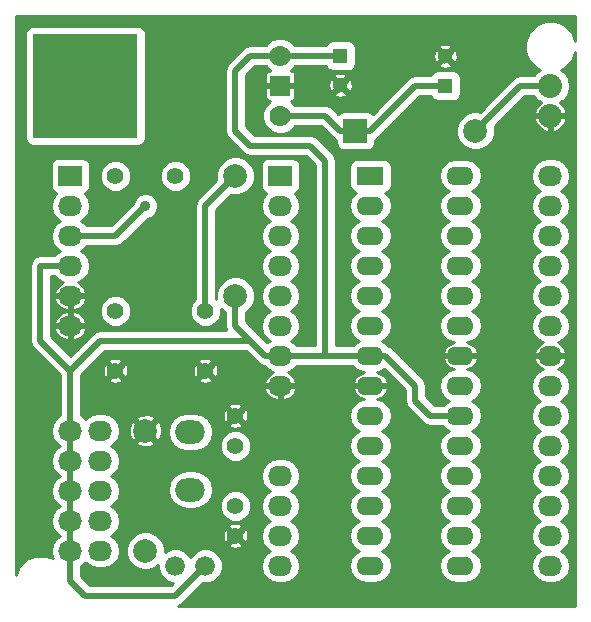
<source format=gbr>
G04 #@! TF.FileFunction,Copper,L1,Top,Signal*
%FSLAX46Y46*%
G04 Gerber Fmt 4.6, Leading zero omitted, Abs format (unit mm)*
G04 Created by KiCad (PCBNEW (2015-04-05 BZR 5577)-product) date 28-04-2015 14:57:52*
%MOMM*%
G01*
G04 APERTURE LIST*
%ADD10C,0.100000*%
%ADD11O,2.286000X1.574800*%
%ADD12R,2.286000X1.574800*%
%ADD13C,1.397000*%
%ADD14C,1.998980*%
%ADD15R,1.998980X1.998980*%
%ADD16O,2.499360X1.998980*%
%ADD17O,2.032000X1.727200*%
%ADD18R,2.032000X1.727200*%
%ADD19O,2.032000X2.032000*%
%ADD20C,1.300000*%
%ADD21R,1.300000X1.300000*%
%ADD22C,1.676400*%
%ADD23R,8.890000X8.890000*%
%ADD24C,1.778000*%
%ADD25R,1.778000X1.778000*%
%ADD26C,0.889000*%
%ADD27C,0.508000*%
%ADD28C,0.254000*%
G04 APERTURE END LIST*
D10*
D11*
X63500000Y-40640000D03*
X63500000Y-43180000D03*
X63500000Y-45720000D03*
X63500000Y-48260000D03*
X63500000Y-50800000D03*
X63500000Y-53340000D03*
X63500000Y-55880000D03*
X63500000Y-58420000D03*
X63500000Y-60960000D03*
X63500000Y-63500000D03*
X63500000Y-66040000D03*
X63500000Y-68580000D03*
X63500000Y-71120000D03*
D12*
X63500000Y-38100000D03*
D11*
X71120000Y-71120000D03*
X71120000Y-68580000D03*
X71120000Y-66040000D03*
X71120000Y-63500000D03*
X71120000Y-60960000D03*
X71120000Y-58420000D03*
X71120000Y-55880000D03*
X71120000Y-53340000D03*
X71120000Y-50800000D03*
X71120000Y-48260000D03*
X71120000Y-45720000D03*
X71120000Y-43180000D03*
X71120000Y-40640000D03*
X71120000Y-38100000D03*
D13*
X52070000Y-60960000D03*
X52070000Y-58420000D03*
X52070000Y-66040000D03*
X52070000Y-68580000D03*
X46990000Y-38100000D03*
X41910000Y-38100000D03*
D14*
X72390000Y-34290000D03*
D15*
X62230000Y-34290000D03*
D13*
X49530000Y-49530000D03*
X49530000Y-54610000D03*
X41910000Y-49530000D03*
X41910000Y-54610000D03*
D16*
X48260000Y-64670940D03*
X48260000Y-59789060D03*
D17*
X40640000Y-59690000D03*
X40640000Y-62230000D03*
X40640000Y-64770000D03*
X40640000Y-67310000D03*
X40640000Y-69850000D03*
X38100000Y-59690000D03*
X38100000Y-62230000D03*
X38100000Y-64770000D03*
X38100000Y-67310000D03*
X38100000Y-69850000D03*
D18*
X38100000Y-38100000D03*
D17*
X38100000Y-40640000D03*
X38100000Y-43180000D03*
X38100000Y-45720000D03*
X38100000Y-48260000D03*
X38100000Y-50800000D03*
D18*
X55880000Y-38100000D03*
D17*
X55880000Y-40640000D03*
X55880000Y-43180000D03*
X55880000Y-45720000D03*
X55880000Y-48260000D03*
X55880000Y-50800000D03*
X55880000Y-53340000D03*
X55880000Y-55880000D03*
D19*
X78740000Y-30480000D03*
X78740000Y-33020000D03*
D17*
X55880000Y-63500000D03*
X55880000Y-66040000D03*
X55880000Y-68580000D03*
X55880000Y-71120000D03*
X78740000Y-71120000D03*
X78740000Y-68580000D03*
X78740000Y-66040000D03*
X78740000Y-63500000D03*
X78740000Y-60960000D03*
X78740000Y-58420000D03*
X78740000Y-55880000D03*
X78740000Y-53340000D03*
X78740000Y-50800000D03*
X78740000Y-48260000D03*
X78740000Y-45720000D03*
X78740000Y-43180000D03*
X78740000Y-40640000D03*
X78740000Y-38100000D03*
D20*
X69850000Y-27980000D03*
D21*
X69850000Y-30480000D03*
D20*
X60960000Y-30440000D03*
D21*
X60960000Y-27940000D03*
D22*
X49530000Y-71120000D03*
X46990000Y-71120000D03*
D14*
X44450000Y-69850000D03*
X44450000Y-59690000D03*
X52070000Y-48260000D03*
X52070000Y-38100000D03*
D23*
X39370000Y-30480000D03*
D24*
X55880000Y-33020000D03*
D25*
X55880000Y-30480000D03*
D24*
X55880000Y-27940000D03*
D26*
X71120000Y-58420000D03*
X44450000Y-40640000D03*
D27*
X62230000Y-34290000D02*
X63500000Y-34290000D01*
X67310000Y-30480000D02*
X69850000Y-30480000D01*
X63500000Y-34290000D02*
X67310000Y-30480000D01*
X55880000Y-33020000D02*
X59690000Y-33020000D01*
X60960000Y-34290000D02*
X62230000Y-34290000D01*
X59690000Y-33020000D02*
X60960000Y-34290000D01*
X38100000Y-72390000D02*
X39370000Y-73660000D01*
X38100000Y-54610000D02*
X38100000Y-72390000D01*
X48260000Y-72390000D02*
X49530000Y-71120000D01*
X46990000Y-73660000D02*
X48260000Y-72390000D01*
X39370000Y-73660000D02*
X46990000Y-73660000D01*
X38100000Y-54610000D02*
X40640000Y-52070000D01*
X40640000Y-52070000D02*
X53340000Y-52070000D01*
X55880000Y-53340000D02*
X54610000Y-53340000D01*
X54610000Y-53340000D02*
X53340000Y-52070000D01*
X52070000Y-50800000D02*
X52070000Y-48260000D01*
X53340000Y-52070000D02*
X52070000Y-50800000D01*
X38100000Y-45720000D02*
X35560000Y-45720000D01*
X35560000Y-45720000D02*
X35560000Y-52070000D01*
X35560000Y-52070000D02*
X38100000Y-54610000D01*
X55880000Y-27940000D02*
X53340000Y-27940000D01*
X59690000Y-36830000D02*
X59690000Y-53340000D01*
X58420000Y-35560000D02*
X59690000Y-36830000D01*
X53340000Y-35560000D02*
X58420000Y-35560000D01*
X52070000Y-34290000D02*
X53340000Y-35560000D01*
X52070000Y-29210000D02*
X52070000Y-34290000D01*
X53340000Y-27940000D02*
X52070000Y-29210000D01*
X63500000Y-53340000D02*
X64770000Y-53340000D01*
X64770000Y-53340000D02*
X67310000Y-55880000D01*
X67310000Y-55880000D02*
X67310000Y-57150000D01*
X68580000Y-58420000D02*
X71120000Y-58420000D01*
X67310000Y-57150000D02*
X68580000Y-58420000D01*
X58420000Y-53340000D02*
X55880000Y-53340000D01*
X58420000Y-53340000D02*
X59690000Y-53340000D01*
X55880000Y-27940000D02*
X60960000Y-27940000D01*
X59690000Y-53340000D02*
X63500000Y-53340000D01*
X52070000Y-38100000D02*
X49530000Y-40640000D01*
X49530000Y-40640000D02*
X49530000Y-49530000D01*
X78740000Y-30480000D02*
X76200000Y-30480000D01*
X76200000Y-30480000D02*
X72390000Y-34290000D01*
X41910000Y-43180000D02*
X38100000Y-43180000D01*
X44450000Y-40640000D02*
X41910000Y-43180000D01*
D28*
G36*
X80849000Y-74499000D02*
X80423345Y-74499000D01*
X80423345Y-71120000D01*
X80309271Y-70546511D01*
X79984415Y-70060330D01*
X79669634Y-69850000D01*
X79984415Y-69639670D01*
X80309271Y-69153489D01*
X80423345Y-68580000D01*
X80309271Y-68006511D01*
X79984415Y-67520330D01*
X79669634Y-67310000D01*
X79984415Y-67099670D01*
X80309271Y-66613489D01*
X80423345Y-66040000D01*
X80309271Y-65466511D01*
X79984415Y-64980330D01*
X79669634Y-64770000D01*
X79984415Y-64559670D01*
X80309271Y-64073489D01*
X80423345Y-63500000D01*
X80309271Y-62926511D01*
X79984415Y-62440330D01*
X79669634Y-62230000D01*
X79984415Y-62019670D01*
X80309271Y-61533489D01*
X80423345Y-60960000D01*
X80309271Y-60386511D01*
X79984415Y-59900330D01*
X79669634Y-59690000D01*
X79984415Y-59479670D01*
X80309271Y-58993489D01*
X80423345Y-58420000D01*
X80309271Y-57846511D01*
X79984415Y-57360330D01*
X79669634Y-57150000D01*
X79984415Y-56939670D01*
X80309271Y-56453489D01*
X80423345Y-55880000D01*
X80423345Y-50800000D01*
X80309271Y-50226511D01*
X79984415Y-49740330D01*
X79669634Y-49530000D01*
X79984415Y-49319670D01*
X80309271Y-48833489D01*
X80423345Y-48260000D01*
X80309271Y-47686511D01*
X79984415Y-47200330D01*
X79669634Y-46990000D01*
X79984415Y-46779670D01*
X80309271Y-46293489D01*
X80423345Y-45720000D01*
X80309271Y-45146511D01*
X79984415Y-44660330D01*
X79669634Y-44450000D01*
X79984415Y-44239670D01*
X80309271Y-43753489D01*
X80423345Y-43180000D01*
X80309271Y-42606511D01*
X79984415Y-42120330D01*
X79669634Y-41910000D01*
X79984415Y-41699670D01*
X80309271Y-41213489D01*
X80423345Y-40640000D01*
X80309271Y-40066511D01*
X79984415Y-39580330D01*
X79669634Y-39370000D01*
X79984415Y-39159670D01*
X80309271Y-38673489D01*
X80423345Y-38100000D01*
X80309271Y-37526511D01*
X80094220Y-37204664D01*
X80094220Y-33363070D01*
X80035540Y-33147000D01*
X78867000Y-33147000D01*
X78867000Y-34315976D01*
X79083072Y-34374231D01*
X79575199Y-34139858D01*
X79940174Y-33734997D01*
X80094220Y-33363070D01*
X80094220Y-37204664D01*
X79984415Y-37040330D01*
X79498234Y-36715474D01*
X78924745Y-36601400D01*
X78613000Y-36601400D01*
X78613000Y-34315976D01*
X78613000Y-33147000D01*
X77444460Y-33147000D01*
X77385780Y-33363070D01*
X77539826Y-33734997D01*
X77904801Y-34139858D01*
X78396928Y-34374231D01*
X78613000Y-34315976D01*
X78613000Y-36601400D01*
X78555255Y-36601400D01*
X77981766Y-36715474D01*
X77495585Y-37040330D01*
X77170729Y-37526511D01*
X77056655Y-38100000D01*
X77170729Y-38673489D01*
X77495585Y-39159670D01*
X77810365Y-39370000D01*
X77495585Y-39580330D01*
X77170729Y-40066511D01*
X77056655Y-40640000D01*
X77170729Y-41213489D01*
X77495585Y-41699670D01*
X77810365Y-41910000D01*
X77495585Y-42120330D01*
X77170729Y-42606511D01*
X77056655Y-43180000D01*
X77170729Y-43753489D01*
X77495585Y-44239670D01*
X77810365Y-44450000D01*
X77495585Y-44660330D01*
X77170729Y-45146511D01*
X77056655Y-45720000D01*
X77170729Y-46293489D01*
X77495585Y-46779670D01*
X77810365Y-46990000D01*
X77495585Y-47200330D01*
X77170729Y-47686511D01*
X77056655Y-48260000D01*
X77170729Y-48833489D01*
X77495585Y-49319670D01*
X77810365Y-49530000D01*
X77495585Y-49740330D01*
X77170729Y-50226511D01*
X77056655Y-50800000D01*
X77170729Y-51373489D01*
X77495585Y-51859670D01*
X77981766Y-52184526D01*
X78113509Y-52210731D01*
X77958280Y-52264430D01*
X77594581Y-52587133D01*
X77384607Y-53020882D01*
X77445288Y-53213000D01*
X78613000Y-53213000D01*
X78613000Y-53193000D01*
X78867000Y-53193000D01*
X78867000Y-53213000D01*
X80034712Y-53213000D01*
X80095393Y-53020882D01*
X79885419Y-52587133D01*
X79521720Y-52264430D01*
X79366490Y-52210731D01*
X79498234Y-52184526D01*
X79984415Y-51859670D01*
X80309271Y-51373489D01*
X80423345Y-50800000D01*
X80423345Y-55880000D01*
X80309271Y-55306511D01*
X79984415Y-54820330D01*
X79498234Y-54495474D01*
X79366490Y-54469268D01*
X79521720Y-54415570D01*
X79885419Y-54092867D01*
X80095393Y-53659118D01*
X80034712Y-53467000D01*
X78867000Y-53467000D01*
X78867000Y-53487000D01*
X78613000Y-53487000D01*
X78613000Y-53467000D01*
X77445288Y-53467000D01*
X77384607Y-53659118D01*
X77594581Y-54092867D01*
X77958280Y-54415570D01*
X78113509Y-54469268D01*
X77981766Y-54495474D01*
X77495585Y-54820330D01*
X77170729Y-55306511D01*
X77056655Y-55880000D01*
X77170729Y-56453489D01*
X77495585Y-56939670D01*
X77810365Y-57150000D01*
X77495585Y-57360330D01*
X77170729Y-57846511D01*
X77056655Y-58420000D01*
X77170729Y-58993489D01*
X77495585Y-59479670D01*
X77810365Y-59690000D01*
X77495585Y-59900330D01*
X77170729Y-60386511D01*
X77056655Y-60960000D01*
X77170729Y-61533489D01*
X77495585Y-62019670D01*
X77810365Y-62230000D01*
X77495585Y-62440330D01*
X77170729Y-62926511D01*
X77056655Y-63500000D01*
X77170729Y-64073489D01*
X77495585Y-64559670D01*
X77810365Y-64770000D01*
X77495585Y-64980330D01*
X77170729Y-65466511D01*
X77056655Y-66040000D01*
X77170729Y-66613489D01*
X77495585Y-67099670D01*
X77810365Y-67310000D01*
X77495585Y-67520330D01*
X77170729Y-68006511D01*
X77056655Y-68580000D01*
X77170729Y-69153489D01*
X77495585Y-69639670D01*
X77810365Y-69850000D01*
X77495585Y-70060330D01*
X77170729Y-70546511D01*
X77056655Y-71120000D01*
X77170729Y-71693489D01*
X77495585Y-72179670D01*
X77981766Y-72504526D01*
X78555255Y-72618600D01*
X78924745Y-72618600D01*
X79498234Y-72504526D01*
X79984415Y-72179670D01*
X80309271Y-71693489D01*
X80423345Y-71120000D01*
X80423345Y-74499000D01*
X65312833Y-74499000D01*
X65312833Y-71120000D01*
X65204559Y-70575671D01*
X64896222Y-70114211D01*
X64500801Y-69850000D01*
X64896222Y-69585789D01*
X65204559Y-69124329D01*
X65312833Y-68580000D01*
X65204559Y-68035671D01*
X64896222Y-67574211D01*
X64500801Y-67310000D01*
X64896222Y-67045789D01*
X65204559Y-66584329D01*
X65312833Y-66040000D01*
X65204559Y-65495671D01*
X64896222Y-65034211D01*
X64500801Y-64770000D01*
X64896222Y-64505789D01*
X65204559Y-64044329D01*
X65312833Y-63500000D01*
X65204559Y-62955671D01*
X64896222Y-62494211D01*
X64500801Y-62230000D01*
X64896222Y-61965789D01*
X65204559Y-61504329D01*
X65312833Y-60960000D01*
X65204559Y-60415671D01*
X64896222Y-59954211D01*
X64500801Y-59690000D01*
X64896222Y-59425789D01*
X65204559Y-58964329D01*
X65312833Y-58420000D01*
X65204559Y-57875671D01*
X64896222Y-57414211D01*
X64434762Y-57105874D01*
X64045848Y-57028514D01*
X64420060Y-56910860D01*
X64771586Y-56616381D01*
X64982910Y-56187131D01*
X64921209Y-56007000D01*
X63627000Y-56007000D01*
X63627000Y-56027000D01*
X63373000Y-56027000D01*
X63373000Y-56007000D01*
X62078791Y-56007000D01*
X62017090Y-56187131D01*
X62228414Y-56616381D01*
X62579940Y-56910860D01*
X62954151Y-57028514D01*
X62565238Y-57105874D01*
X62103778Y-57414211D01*
X61795441Y-57875671D01*
X61687167Y-58420000D01*
X61795441Y-58964329D01*
X62103778Y-59425789D01*
X62499198Y-59690000D01*
X62103778Y-59954211D01*
X61795441Y-60415671D01*
X61687167Y-60960000D01*
X61795441Y-61504329D01*
X62103778Y-61965789D01*
X62499198Y-62230000D01*
X62103778Y-62494211D01*
X61795441Y-62955671D01*
X61687167Y-63500000D01*
X61795441Y-64044329D01*
X62103778Y-64505789D01*
X62499198Y-64770000D01*
X62103778Y-65034211D01*
X61795441Y-65495671D01*
X61687167Y-66040000D01*
X61795441Y-66584329D01*
X62103778Y-67045789D01*
X62499198Y-67310000D01*
X62103778Y-67574211D01*
X61795441Y-68035671D01*
X61687167Y-68580000D01*
X61795441Y-69124329D01*
X62103778Y-69585789D01*
X62499198Y-69850000D01*
X62103778Y-70114211D01*
X61795441Y-70575671D01*
X61687167Y-71120000D01*
X61795441Y-71664329D01*
X62103778Y-72125789D01*
X62565238Y-72434126D01*
X63109567Y-72542400D01*
X63890433Y-72542400D01*
X64434762Y-72434126D01*
X64896222Y-72125789D01*
X65204559Y-71664329D01*
X65312833Y-71120000D01*
X65312833Y-74499000D01*
X57563345Y-74499000D01*
X57563345Y-71120000D01*
X57449271Y-70546511D01*
X57124415Y-70060330D01*
X56809634Y-69850000D01*
X57124415Y-69639670D01*
X57449271Y-69153489D01*
X57563345Y-68580000D01*
X57449271Y-68006511D01*
X57124415Y-67520330D01*
X56809634Y-67310000D01*
X57124415Y-67099670D01*
X57449271Y-66613489D01*
X57563345Y-66040000D01*
X57449271Y-65466511D01*
X57124415Y-64980330D01*
X56809634Y-64770000D01*
X57124415Y-64559670D01*
X57449271Y-64073489D01*
X57563345Y-63500000D01*
X57449271Y-62926511D01*
X57235393Y-62606420D01*
X57235393Y-56199118D01*
X57174712Y-56007000D01*
X56007000Y-56007000D01*
X56007000Y-57030643D01*
X56202213Y-57114527D01*
X56661720Y-56955570D01*
X57025419Y-56632867D01*
X57235393Y-56199118D01*
X57235393Y-62606420D01*
X57124415Y-62440330D01*
X56638234Y-62115474D01*
X56064745Y-62001400D01*
X55753000Y-62001400D01*
X55753000Y-57030643D01*
X55753000Y-56007000D01*
X54585288Y-56007000D01*
X54524607Y-56199118D01*
X54734581Y-56632867D01*
X55098280Y-56955570D01*
X55557787Y-57114527D01*
X55753000Y-57030643D01*
X55753000Y-62001400D01*
X55695255Y-62001400D01*
X55121766Y-62115474D01*
X54635585Y-62440330D01*
X54310729Y-62926511D01*
X54196655Y-63500000D01*
X54310729Y-64073489D01*
X54635585Y-64559670D01*
X54950365Y-64770000D01*
X54635585Y-64980330D01*
X54310729Y-65466511D01*
X54196655Y-66040000D01*
X54310729Y-66613489D01*
X54635585Y-67099670D01*
X54950365Y-67310000D01*
X54635585Y-67520330D01*
X54310729Y-68006511D01*
X54196655Y-68580000D01*
X54310729Y-69153489D01*
X54635585Y-69639670D01*
X54950365Y-69850000D01*
X54635585Y-70060330D01*
X54310729Y-70546511D01*
X54196655Y-71120000D01*
X54310729Y-71693489D01*
X54635585Y-72179670D01*
X55121766Y-72504526D01*
X55695255Y-72618600D01*
X56064745Y-72618600D01*
X56638234Y-72504526D01*
X57124415Y-72179670D01*
X57449271Y-71693489D01*
X57563345Y-71120000D01*
X57563345Y-74499000D01*
X53403731Y-74499000D01*
X53403731Y-65775914D01*
X53403731Y-60695914D01*
X53201146Y-60205620D01*
X53162737Y-60167143D01*
X53162737Y-58551734D01*
X53129970Y-58123534D01*
X53029145Y-57880121D01*
X52865033Y-57804572D01*
X52685428Y-57984177D01*
X52685428Y-57624967D01*
X52609879Y-57460855D01*
X52201734Y-57327263D01*
X51773534Y-57360030D01*
X51530121Y-57460855D01*
X51454572Y-57624967D01*
X52070000Y-58240395D01*
X52685428Y-57624967D01*
X52685428Y-57984177D01*
X52249605Y-58420000D01*
X52865033Y-59035428D01*
X53029145Y-58959879D01*
X53162737Y-58551734D01*
X53162737Y-60167143D01*
X52826353Y-59830173D01*
X52685428Y-59771655D01*
X52685428Y-59215033D01*
X52070000Y-58599605D01*
X51890395Y-58779210D01*
X51890395Y-58420000D01*
X51274967Y-57804572D01*
X51110855Y-57880121D01*
X50977263Y-58288266D01*
X51010030Y-58716466D01*
X51110855Y-58959879D01*
X51274967Y-59035428D01*
X51890395Y-58420000D01*
X51890395Y-58779210D01*
X51454572Y-59215033D01*
X51530121Y-59379145D01*
X51938266Y-59512737D01*
X52366466Y-59479970D01*
X52609879Y-59379145D01*
X52685428Y-59215033D01*
X52685428Y-59771655D01*
X52336413Y-59626732D01*
X51805914Y-59626269D01*
X51315620Y-59828854D01*
X50940173Y-60203647D01*
X50736732Y-60693587D01*
X50736269Y-61224086D01*
X50938854Y-61714380D01*
X51313647Y-62089827D01*
X51803587Y-62293268D01*
X52334086Y-62293731D01*
X52824380Y-62091146D01*
X53199827Y-61716353D01*
X53403268Y-61226413D01*
X53403731Y-60695914D01*
X53403731Y-65775914D01*
X53201146Y-65285620D01*
X52826353Y-64910173D01*
X52336413Y-64706732D01*
X51805914Y-64706269D01*
X51315620Y-64908854D01*
X50940173Y-65283647D01*
X50736732Y-65773587D01*
X50736269Y-66304086D01*
X50938854Y-66794380D01*
X51313647Y-67169827D01*
X51803587Y-67373268D01*
X52334086Y-67373731D01*
X52824380Y-67171146D01*
X53199827Y-66796353D01*
X53403268Y-66306413D01*
X53403731Y-65775914D01*
X53403731Y-74499000D01*
X53162737Y-74499000D01*
X53162737Y-68711734D01*
X53129970Y-68283534D01*
X53029145Y-68040121D01*
X52865033Y-67964572D01*
X52685428Y-68144177D01*
X52685428Y-67784967D01*
X52609879Y-67620855D01*
X52201734Y-67487263D01*
X51773534Y-67520030D01*
X51530121Y-67620855D01*
X51454572Y-67784967D01*
X52070000Y-68400395D01*
X52685428Y-67784967D01*
X52685428Y-68144177D01*
X52249605Y-68580000D01*
X52865033Y-69195428D01*
X53029145Y-69119879D01*
X53162737Y-68711734D01*
X53162737Y-74499000D01*
X52685428Y-74499000D01*
X52685428Y-69375033D01*
X52070000Y-68759605D01*
X51890395Y-68939210D01*
X51890395Y-68580000D01*
X51274967Y-67964572D01*
X51110855Y-68040121D01*
X50977263Y-68448266D01*
X51010030Y-68876466D01*
X51110855Y-69119879D01*
X51274967Y-69195428D01*
X51890395Y-68580000D01*
X51890395Y-68939210D01*
X51454572Y-69375033D01*
X51530121Y-69539145D01*
X51938266Y-69672737D01*
X52366466Y-69639970D01*
X52609879Y-69539145D01*
X52685428Y-69375033D01*
X52685428Y-74499000D01*
X47241367Y-74499000D01*
X47330205Y-74481329D01*
X47330206Y-74481329D01*
X47618618Y-74288618D01*
X48888618Y-73018618D01*
X49314223Y-72593012D01*
X49821752Y-72593455D01*
X50363411Y-72369647D01*
X50778190Y-71955591D01*
X51002944Y-71414323D01*
X51003455Y-70828248D01*
X50779647Y-70286589D01*
X50622737Y-70129405D01*
X50622737Y-54741734D01*
X50589970Y-54313534D01*
X50489145Y-54070121D01*
X50325033Y-53994572D01*
X50145428Y-54174177D01*
X50145428Y-53814967D01*
X50069879Y-53650855D01*
X49661734Y-53517263D01*
X49233534Y-53550030D01*
X48990121Y-53650855D01*
X48914572Y-53814967D01*
X49530000Y-54430395D01*
X50145428Y-53814967D01*
X50145428Y-54174177D01*
X49709605Y-54610000D01*
X50325033Y-55225428D01*
X50489145Y-55149879D01*
X50622737Y-54741734D01*
X50622737Y-70129405D01*
X50365591Y-69871810D01*
X50181603Y-69795411D01*
X50181603Y-64670940D01*
X50181603Y-59789060D01*
X50145428Y-59607195D01*
X50145428Y-55405033D01*
X49530000Y-54789605D01*
X49350395Y-54969210D01*
X49350395Y-54610000D01*
X48734967Y-53994572D01*
X48570855Y-54070121D01*
X48437263Y-54478266D01*
X48470030Y-54906466D01*
X48570855Y-55149879D01*
X48734967Y-55225428D01*
X49350395Y-54610000D01*
X49350395Y-54969210D01*
X48914572Y-55405033D01*
X48990121Y-55569145D01*
X49398266Y-55702737D01*
X49826466Y-55669970D01*
X50069879Y-55569145D01*
X50145428Y-55405033D01*
X50145428Y-59607195D01*
X50057185Y-59163568D01*
X49702872Y-58633301D01*
X49172605Y-58278988D01*
X48547113Y-58154570D01*
X47972887Y-58154570D01*
X47347395Y-58278988D01*
X46817128Y-58633301D01*
X46462815Y-59163568D01*
X46338397Y-59789060D01*
X46462815Y-60414552D01*
X46817128Y-60944819D01*
X47347395Y-61299132D01*
X47972887Y-61423550D01*
X48547113Y-61423550D01*
X49172605Y-61299132D01*
X49702872Y-60944819D01*
X50057185Y-60414552D01*
X50181603Y-59789060D01*
X50181603Y-64670940D01*
X50057185Y-64045448D01*
X49702872Y-63515181D01*
X49172605Y-63160868D01*
X48547113Y-63036450D01*
X47972887Y-63036450D01*
X47347395Y-63160868D01*
X46817128Y-63515181D01*
X46462815Y-64045448D01*
X46338397Y-64670940D01*
X46462815Y-65296432D01*
X46817128Y-65826699D01*
X47347395Y-66181012D01*
X47972887Y-66305430D01*
X48547113Y-66305430D01*
X49172605Y-66181012D01*
X49702872Y-65826699D01*
X50057185Y-65296432D01*
X50181603Y-64670940D01*
X50181603Y-69795411D01*
X49824323Y-69647056D01*
X49238248Y-69646545D01*
X48696589Y-69870353D01*
X48281810Y-70284409D01*
X48260224Y-70336391D01*
X48239647Y-70286589D01*
X47825591Y-69871810D01*
X47284323Y-69647056D01*
X46698248Y-69646545D01*
X46156589Y-69870353D01*
X46084410Y-69942405D01*
X46084774Y-69526306D01*
X45842709Y-68940463D01*
X45842709Y-59893751D01*
X45814667Y-59345275D01*
X45658723Y-58968791D01*
X45463372Y-58856233D01*
X45283767Y-59035838D01*
X45283767Y-58676628D01*
X45171209Y-58481277D01*
X44653751Y-58297291D01*
X44105275Y-58325333D01*
X43728791Y-58481277D01*
X43616233Y-58676628D01*
X44450000Y-59510395D01*
X45283767Y-58676628D01*
X45283767Y-59035838D01*
X44629605Y-59690000D01*
X45463372Y-60523767D01*
X45658723Y-60411209D01*
X45842709Y-59893751D01*
X45842709Y-68940463D01*
X45836462Y-68925345D01*
X45377073Y-68465154D01*
X45283767Y-68426409D01*
X45283767Y-60703372D01*
X44450000Y-59869605D01*
X44270395Y-60049210D01*
X44270395Y-59690000D01*
X43436628Y-58856233D01*
X43241277Y-58968791D01*
X43057291Y-59486249D01*
X43085333Y-60034725D01*
X43241277Y-60411209D01*
X43436628Y-60523767D01*
X44270395Y-59690000D01*
X44270395Y-60049210D01*
X43616233Y-60703372D01*
X43728791Y-60898723D01*
X44246249Y-61082709D01*
X44794725Y-61054667D01*
X45171209Y-60898723D01*
X45283767Y-60703372D01*
X45283767Y-68426409D01*
X44776547Y-68215794D01*
X44126306Y-68215226D01*
X43525345Y-68463538D01*
X43065154Y-68922927D01*
X43002737Y-69073243D01*
X43002737Y-54741734D01*
X42969970Y-54313534D01*
X42869145Y-54070121D01*
X42705033Y-53994572D01*
X42525428Y-54174177D01*
X42525428Y-53814967D01*
X42449879Y-53650855D01*
X42041734Y-53517263D01*
X41613534Y-53550030D01*
X41370121Y-53650855D01*
X41294572Y-53814967D01*
X41910000Y-54430395D01*
X42525428Y-53814967D01*
X42525428Y-54174177D01*
X42089605Y-54610000D01*
X42705033Y-55225428D01*
X42869145Y-55149879D01*
X43002737Y-54741734D01*
X43002737Y-69073243D01*
X42815794Y-69523453D01*
X42815226Y-70173694D01*
X43063538Y-70774655D01*
X43522927Y-71234846D01*
X44123453Y-71484206D01*
X44773694Y-71484774D01*
X45374655Y-71236462D01*
X45516821Y-71094543D01*
X45516545Y-71411752D01*
X45740353Y-71953411D01*
X46154409Y-72368190D01*
X46695677Y-72592944D01*
X46799729Y-72593034D01*
X46621764Y-72771000D01*
X42525428Y-72771000D01*
X42525428Y-55405033D01*
X41910000Y-54789605D01*
X41730395Y-54969210D01*
X41730395Y-54610000D01*
X41114967Y-53994572D01*
X40950855Y-54070121D01*
X40817263Y-54478266D01*
X40850030Y-54906466D01*
X40950855Y-55149879D01*
X41114967Y-55225428D01*
X41730395Y-54610000D01*
X41730395Y-54969210D01*
X41294572Y-55405033D01*
X41370121Y-55569145D01*
X41778266Y-55702737D01*
X42206466Y-55669970D01*
X42449879Y-55569145D01*
X42525428Y-55405033D01*
X42525428Y-72771000D01*
X39738236Y-72771000D01*
X38989000Y-72021764D01*
X38989000Y-71147150D01*
X39344415Y-70909670D01*
X39370000Y-70871379D01*
X39395585Y-70909670D01*
X39881766Y-71234526D01*
X40455255Y-71348600D01*
X40824745Y-71348600D01*
X41398234Y-71234526D01*
X41884415Y-70909670D01*
X42209271Y-70423489D01*
X42323345Y-69850000D01*
X42209271Y-69276511D01*
X41884415Y-68790330D01*
X41569634Y-68580000D01*
X41884415Y-68369670D01*
X42209271Y-67883489D01*
X42323345Y-67310000D01*
X42209271Y-66736511D01*
X41884415Y-66250330D01*
X41569634Y-66040000D01*
X41884415Y-65829670D01*
X42209271Y-65343489D01*
X42323345Y-64770000D01*
X42209271Y-64196511D01*
X41884415Y-63710330D01*
X41569634Y-63500000D01*
X41884415Y-63289670D01*
X42209271Y-62803489D01*
X42323345Y-62230000D01*
X42209271Y-61656511D01*
X41884415Y-61170330D01*
X41569634Y-60960000D01*
X41884415Y-60749670D01*
X42209271Y-60263489D01*
X42323345Y-59690000D01*
X42209271Y-59116511D01*
X41884415Y-58630330D01*
X41398234Y-58305474D01*
X40824745Y-58191400D01*
X40455255Y-58191400D01*
X39881766Y-58305474D01*
X39395585Y-58630330D01*
X39370000Y-58668620D01*
X39344415Y-58630330D01*
X38989000Y-58392849D01*
X38989000Y-54978236D01*
X41008236Y-52959000D01*
X52971764Y-52959000D01*
X53981382Y-53968618D01*
X54269794Y-54161329D01*
X54269795Y-54161329D01*
X54507988Y-54208708D01*
X54635585Y-54399670D01*
X55121766Y-54724526D01*
X55253509Y-54750731D01*
X55098280Y-54804430D01*
X54734581Y-55127133D01*
X54524607Y-55560882D01*
X54585288Y-55753000D01*
X55753000Y-55753000D01*
X55753000Y-55733000D01*
X56007000Y-55733000D01*
X56007000Y-55753000D01*
X57174712Y-55753000D01*
X57235393Y-55560882D01*
X57025419Y-55127133D01*
X56661720Y-54804430D01*
X56506490Y-54750731D01*
X56638234Y-54724526D01*
X57124415Y-54399670D01*
X57238453Y-54229000D01*
X58420000Y-54229000D01*
X59690000Y-54229000D01*
X62025742Y-54229000D01*
X62103778Y-54345789D01*
X62565238Y-54654126D01*
X62954151Y-54731485D01*
X62579940Y-54849140D01*
X62228414Y-55143619D01*
X62017090Y-55572869D01*
X62078791Y-55753000D01*
X63373000Y-55753000D01*
X63373000Y-55733000D01*
X63627000Y-55733000D01*
X63627000Y-55753000D01*
X64921209Y-55753000D01*
X64982910Y-55572869D01*
X64771586Y-55143619D01*
X64420060Y-54849140D01*
X64045848Y-54731485D01*
X64434762Y-54654126D01*
X64669825Y-54497061D01*
X66421000Y-56248236D01*
X66421000Y-57150000D01*
X66488671Y-57490206D01*
X66681382Y-57778618D01*
X67951382Y-59048618D01*
X68239794Y-59241329D01*
X68239795Y-59241329D01*
X68580000Y-59309000D01*
X69645742Y-59309000D01*
X69723778Y-59425789D01*
X70119198Y-59690000D01*
X69723778Y-59954211D01*
X69415441Y-60415671D01*
X69307167Y-60960000D01*
X69415441Y-61504329D01*
X69723778Y-61965789D01*
X70119198Y-62230000D01*
X69723778Y-62494211D01*
X69415441Y-62955671D01*
X69307167Y-63500000D01*
X69415441Y-64044329D01*
X69723778Y-64505789D01*
X70119198Y-64770000D01*
X69723778Y-65034211D01*
X69415441Y-65495671D01*
X69307167Y-66040000D01*
X69415441Y-66584329D01*
X69723778Y-67045789D01*
X70119198Y-67310000D01*
X69723778Y-67574211D01*
X69415441Y-68035671D01*
X69307167Y-68580000D01*
X69415441Y-69124329D01*
X69723778Y-69585789D01*
X70119198Y-69850000D01*
X69723778Y-70114211D01*
X69415441Y-70575671D01*
X69307167Y-71120000D01*
X69415441Y-71664329D01*
X69723778Y-72125789D01*
X70185238Y-72434126D01*
X70729567Y-72542400D01*
X71510433Y-72542400D01*
X72054762Y-72434126D01*
X72516222Y-72125789D01*
X72824559Y-71664329D01*
X72932833Y-71120000D01*
X72824559Y-70575671D01*
X72516222Y-70114211D01*
X72120801Y-69850000D01*
X72516222Y-69585789D01*
X72824559Y-69124329D01*
X72932833Y-68580000D01*
X72824559Y-68035671D01*
X72516222Y-67574211D01*
X72120801Y-67310000D01*
X72516222Y-67045789D01*
X72824559Y-66584329D01*
X72932833Y-66040000D01*
X72824559Y-65495671D01*
X72516222Y-65034211D01*
X72120801Y-64770000D01*
X72516222Y-64505789D01*
X72824559Y-64044329D01*
X72932833Y-63500000D01*
X72824559Y-62955671D01*
X72516222Y-62494211D01*
X72120801Y-62230000D01*
X72516222Y-61965789D01*
X72824559Y-61504329D01*
X72932833Y-60960000D01*
X72824559Y-60415671D01*
X72516222Y-59954211D01*
X72120801Y-59690000D01*
X72516222Y-59425789D01*
X72824559Y-58964329D01*
X72932833Y-58420000D01*
X72824559Y-57875671D01*
X72516222Y-57414211D01*
X72120801Y-57150000D01*
X72516222Y-56885789D01*
X72824559Y-56424329D01*
X72932833Y-55880000D01*
X72932833Y-50800000D01*
X72824559Y-50255671D01*
X72516222Y-49794211D01*
X72120801Y-49530000D01*
X72516222Y-49265789D01*
X72824559Y-48804329D01*
X72932833Y-48260000D01*
X72824559Y-47715671D01*
X72516222Y-47254211D01*
X72120801Y-46990000D01*
X72516222Y-46725789D01*
X72824559Y-46264329D01*
X72932833Y-45720000D01*
X72824559Y-45175671D01*
X72516222Y-44714211D01*
X72120801Y-44450000D01*
X72516222Y-44185789D01*
X72824559Y-43724329D01*
X72932833Y-43180000D01*
X72824559Y-42635671D01*
X72516222Y-42174211D01*
X72120801Y-41910000D01*
X72516222Y-41645789D01*
X72824559Y-41184329D01*
X72932833Y-40640000D01*
X72824559Y-40095671D01*
X72516222Y-39634211D01*
X72120801Y-39370000D01*
X72516222Y-39105789D01*
X72824559Y-38644329D01*
X72932833Y-38100000D01*
X72824559Y-37555671D01*
X72516222Y-37094211D01*
X72054762Y-36785874D01*
X71510433Y-36677600D01*
X70729567Y-36677600D01*
X70185238Y-36785874D01*
X69723778Y-37094211D01*
X69415441Y-37555671D01*
X69307167Y-38100000D01*
X69415441Y-38644329D01*
X69723778Y-39105789D01*
X70119198Y-39370000D01*
X69723778Y-39634211D01*
X69415441Y-40095671D01*
X69307167Y-40640000D01*
X69415441Y-41184329D01*
X69723778Y-41645789D01*
X70119198Y-41910000D01*
X69723778Y-42174211D01*
X69415441Y-42635671D01*
X69307167Y-43180000D01*
X69415441Y-43724329D01*
X69723778Y-44185789D01*
X70119198Y-44450000D01*
X69723778Y-44714211D01*
X69415441Y-45175671D01*
X69307167Y-45720000D01*
X69415441Y-46264329D01*
X69723778Y-46725789D01*
X70119198Y-46990000D01*
X69723778Y-47254211D01*
X69415441Y-47715671D01*
X69307167Y-48260000D01*
X69415441Y-48804329D01*
X69723778Y-49265789D01*
X70119198Y-49530000D01*
X69723778Y-49794211D01*
X69415441Y-50255671D01*
X69307167Y-50800000D01*
X69415441Y-51344329D01*
X69723778Y-51805789D01*
X70185238Y-52114126D01*
X70574151Y-52191485D01*
X70199940Y-52309140D01*
X69848414Y-52603619D01*
X69637090Y-53032869D01*
X69698791Y-53213000D01*
X70993000Y-53213000D01*
X70993000Y-53193000D01*
X71247000Y-53193000D01*
X71247000Y-53213000D01*
X72541209Y-53213000D01*
X72602910Y-53032869D01*
X72391586Y-52603619D01*
X72040060Y-52309140D01*
X71665848Y-52191485D01*
X72054762Y-52114126D01*
X72516222Y-51805789D01*
X72824559Y-51344329D01*
X72932833Y-50800000D01*
X72932833Y-55880000D01*
X72824559Y-55335671D01*
X72516222Y-54874211D01*
X72054762Y-54565874D01*
X71665848Y-54488514D01*
X72040060Y-54370860D01*
X72391586Y-54076381D01*
X72602910Y-53647131D01*
X72541209Y-53467000D01*
X71247000Y-53467000D01*
X71247000Y-53487000D01*
X70993000Y-53487000D01*
X70993000Y-53467000D01*
X69698791Y-53467000D01*
X69637090Y-53647131D01*
X69848414Y-54076381D01*
X70199940Y-54370860D01*
X70574151Y-54488514D01*
X70185238Y-54565874D01*
X69723778Y-54874211D01*
X69415441Y-55335671D01*
X69307167Y-55880000D01*
X69415441Y-56424329D01*
X69723778Y-56885789D01*
X70119198Y-57150000D01*
X69723778Y-57414211D01*
X69645742Y-57531000D01*
X68948236Y-57531000D01*
X68199000Y-56781764D01*
X68199000Y-55880000D01*
X68131329Y-55539794D01*
X67938618Y-55251382D01*
X65398618Y-52711382D01*
X65110206Y-52518671D01*
X65005566Y-52497857D01*
X65005566Y-52497856D01*
X64896222Y-52334211D01*
X64500801Y-52070000D01*
X64896222Y-51805789D01*
X65204559Y-51344329D01*
X65312833Y-50800000D01*
X65204559Y-50255671D01*
X64896222Y-49794211D01*
X64500801Y-49530000D01*
X64896222Y-49265789D01*
X65204559Y-48804329D01*
X65312833Y-48260000D01*
X65204559Y-47715671D01*
X64896222Y-47254211D01*
X64500801Y-46990000D01*
X64896222Y-46725789D01*
X65204559Y-46264329D01*
X65312833Y-45720000D01*
X65204559Y-45175671D01*
X64896222Y-44714211D01*
X64500801Y-44450000D01*
X64896222Y-44185789D01*
X65204559Y-43724329D01*
X65312833Y-43180000D01*
X65204559Y-42635671D01*
X64896222Y-42174211D01*
X64500801Y-41910000D01*
X64896222Y-41645789D01*
X65204559Y-41184329D01*
X65312833Y-40640000D01*
X65204559Y-40095671D01*
X64896222Y-39634211D01*
X64723986Y-39519126D01*
X64885123Y-39487863D01*
X65097927Y-39348073D01*
X65240377Y-39137040D01*
X65290440Y-38887400D01*
X65290440Y-37312600D01*
X65243463Y-37070477D01*
X65103673Y-36857673D01*
X64892640Y-36715223D01*
X64643000Y-36665160D01*
X62357000Y-36665160D01*
X62114877Y-36712137D01*
X61902073Y-36851927D01*
X61759623Y-37062960D01*
X61709560Y-37312600D01*
X61709560Y-38887400D01*
X61756537Y-39129523D01*
X61896327Y-39342327D01*
X62107360Y-39484777D01*
X62276621Y-39518720D01*
X62103778Y-39634211D01*
X61795441Y-40095671D01*
X61687167Y-40640000D01*
X61795441Y-41184329D01*
X62103778Y-41645789D01*
X62499198Y-41910000D01*
X62103778Y-42174211D01*
X61795441Y-42635671D01*
X61687167Y-43180000D01*
X61795441Y-43724329D01*
X62103778Y-44185789D01*
X62499198Y-44450000D01*
X62103778Y-44714211D01*
X61795441Y-45175671D01*
X61687167Y-45720000D01*
X61795441Y-46264329D01*
X62103778Y-46725789D01*
X62499198Y-46990000D01*
X62103778Y-47254211D01*
X61795441Y-47715671D01*
X61687167Y-48260000D01*
X61795441Y-48804329D01*
X62103778Y-49265789D01*
X62499198Y-49530000D01*
X62103778Y-49794211D01*
X61795441Y-50255671D01*
X61687167Y-50800000D01*
X61795441Y-51344329D01*
X62103778Y-51805789D01*
X62499198Y-52070000D01*
X62103778Y-52334211D01*
X62025742Y-52451000D01*
X60579000Y-52451000D01*
X60579000Y-36830000D01*
X60511329Y-36489795D01*
X60511329Y-36489794D01*
X60318618Y-36201382D01*
X59048618Y-34931382D01*
X58760206Y-34738671D01*
X58420000Y-34671000D01*
X53708236Y-34671000D01*
X52959000Y-33921764D01*
X52959000Y-29578236D01*
X53708236Y-28829000D01*
X54614066Y-28829000D01*
X54994402Y-29210000D01*
X54915214Y-29210000D01*
X54775180Y-29268004D01*
X54668004Y-29375181D01*
X54610000Y-29515215D01*
X54610000Y-29666786D01*
X54610000Y-30257750D01*
X54705250Y-30353000D01*
X55753000Y-30353000D01*
X55753000Y-30333000D01*
X56007000Y-30333000D01*
X56007000Y-30353000D01*
X57054750Y-30353000D01*
X57150000Y-30257750D01*
X57150000Y-29666786D01*
X57150000Y-29515215D01*
X57091996Y-29375181D01*
X56984820Y-29268004D01*
X56844786Y-29210000D01*
X56764926Y-29210000D01*
X57146592Y-28829000D01*
X59708931Y-28829000D01*
X59709537Y-28832123D01*
X59849327Y-29044927D01*
X60060360Y-29187377D01*
X60310000Y-29237440D01*
X61610000Y-29237440D01*
X61852123Y-29190463D01*
X62064927Y-29050673D01*
X62207377Y-28839640D01*
X62257440Y-28590000D01*
X62257440Y-27290000D01*
X62210463Y-27047877D01*
X62070673Y-26835073D01*
X61859640Y-26692623D01*
X61610000Y-26642560D01*
X60310000Y-26642560D01*
X60067877Y-26689537D01*
X59855073Y-26829327D01*
X59712623Y-27040360D01*
X59710489Y-27051000D01*
X57145933Y-27051000D01*
X56744404Y-26648769D01*
X56184472Y-26416265D01*
X55578188Y-26415736D01*
X55017851Y-26647262D01*
X54613407Y-27051000D01*
X53340000Y-27051000D01*
X52999794Y-27118671D01*
X52711382Y-27311382D01*
X51441382Y-28581382D01*
X51248671Y-28869794D01*
X51181000Y-29210000D01*
X51181000Y-34290000D01*
X51248671Y-34630206D01*
X51441382Y-34918618D01*
X52711382Y-36188618D01*
X52999794Y-36381329D01*
X52999795Y-36381329D01*
X53340000Y-36449000D01*
X58051764Y-36449000D01*
X58801000Y-37198236D01*
X58801000Y-52451000D01*
X58420000Y-52451000D01*
X57238453Y-52451000D01*
X57124415Y-52280330D01*
X56809634Y-52070000D01*
X57124415Y-51859670D01*
X57449271Y-51373489D01*
X57563345Y-50800000D01*
X57449271Y-50226511D01*
X57124415Y-49740330D01*
X56809634Y-49530000D01*
X57124415Y-49319670D01*
X57449271Y-48833489D01*
X57563345Y-48260000D01*
X57449271Y-47686511D01*
X57124415Y-47200330D01*
X56809634Y-46990000D01*
X57124415Y-46779670D01*
X57449271Y-46293489D01*
X57563345Y-45720000D01*
X57449271Y-45146511D01*
X57124415Y-44660330D01*
X56809634Y-44450000D01*
X57124415Y-44239670D01*
X57449271Y-43753489D01*
X57563345Y-43180000D01*
X57449271Y-42606511D01*
X57124415Y-42120330D01*
X56809634Y-41910000D01*
X57124415Y-41699670D01*
X57449271Y-41213489D01*
X57563345Y-40640000D01*
X57449271Y-40066511D01*
X57124415Y-39580330D01*
X57108632Y-39569784D01*
X57138123Y-39564063D01*
X57350927Y-39424273D01*
X57493377Y-39213240D01*
X57543440Y-38963600D01*
X57543440Y-37236400D01*
X57496463Y-36994277D01*
X57356673Y-36781473D01*
X57145640Y-36639023D01*
X56896000Y-36588960D01*
X54864000Y-36588960D01*
X54621877Y-36635937D01*
X54409073Y-36775727D01*
X54266623Y-36986760D01*
X54216560Y-37236400D01*
X54216560Y-38963600D01*
X54263537Y-39205723D01*
X54403327Y-39418527D01*
X54614360Y-39560977D01*
X54652962Y-39568718D01*
X54635585Y-39580330D01*
X54310729Y-40066511D01*
X54196655Y-40640000D01*
X54310729Y-41213489D01*
X54635585Y-41699670D01*
X54950365Y-41910000D01*
X54635585Y-42120330D01*
X54310729Y-42606511D01*
X54196655Y-43180000D01*
X54310729Y-43753489D01*
X54635585Y-44239670D01*
X54950365Y-44450000D01*
X54635585Y-44660330D01*
X54310729Y-45146511D01*
X54196655Y-45720000D01*
X54310729Y-46293489D01*
X54635585Y-46779670D01*
X54950365Y-46990000D01*
X54635585Y-47200330D01*
X54310729Y-47686511D01*
X54196655Y-48260000D01*
X54310729Y-48833489D01*
X54635585Y-49319670D01*
X54950365Y-49530000D01*
X54635585Y-49740330D01*
X54310729Y-50226511D01*
X54196655Y-50800000D01*
X54310729Y-51373489D01*
X54635585Y-51859670D01*
X54950365Y-52070000D01*
X54738680Y-52211444D01*
X53968618Y-51441382D01*
X52959000Y-50431764D01*
X52959000Y-49661194D01*
X52994655Y-49646462D01*
X53454846Y-49187073D01*
X53704206Y-48586547D01*
X53704774Y-47936306D01*
X53456462Y-47335345D01*
X52997073Y-46875154D01*
X52396547Y-46625794D01*
X51746306Y-46625226D01*
X51145345Y-46873538D01*
X50685154Y-47332927D01*
X50435794Y-47933453D01*
X50435256Y-48549335D01*
X50419000Y-48533051D01*
X50419000Y-41008236D01*
X51707824Y-39719411D01*
X51743453Y-39734206D01*
X52393694Y-39734774D01*
X52994655Y-39486462D01*
X53454846Y-39027073D01*
X53704206Y-38426547D01*
X53704774Y-37776306D01*
X53456462Y-37175345D01*
X52997073Y-36715154D01*
X52396547Y-36465794D01*
X51746306Y-36465226D01*
X51145345Y-36713538D01*
X50685154Y-37172927D01*
X50435794Y-37773453D01*
X50435226Y-38423694D01*
X50450969Y-38461794D01*
X48901382Y-40011382D01*
X48708671Y-40299794D01*
X48641000Y-40640000D01*
X48641000Y-48533239D01*
X48400173Y-48773647D01*
X48323731Y-48957739D01*
X48323731Y-37835914D01*
X48121146Y-37345620D01*
X47746353Y-36970173D01*
X47256413Y-36766732D01*
X46725914Y-36766269D01*
X46235620Y-36968854D01*
X45860173Y-37343647D01*
X45656732Y-37833587D01*
X45656269Y-38364086D01*
X45858854Y-38854380D01*
X46233647Y-39229827D01*
X46723587Y-39433268D01*
X47254086Y-39433731D01*
X47744380Y-39231146D01*
X48119827Y-38856353D01*
X48323268Y-38366413D01*
X48323731Y-37835914D01*
X48323731Y-48957739D01*
X48196732Y-49263587D01*
X48196269Y-49794086D01*
X48398854Y-50284380D01*
X48773647Y-50659827D01*
X49263587Y-50863268D01*
X49794086Y-50863731D01*
X50284380Y-50661146D01*
X50659827Y-50286353D01*
X50863268Y-49796413D01*
X50863644Y-49365075D01*
X51142927Y-49644846D01*
X51181000Y-49660655D01*
X51181000Y-50800000D01*
X51248671Y-51140206D01*
X51275928Y-51181000D01*
X43243731Y-51181000D01*
X43243731Y-49265914D01*
X43041146Y-48775620D01*
X42666353Y-48400173D01*
X42176413Y-48196732D01*
X41645914Y-48196269D01*
X41155620Y-48398854D01*
X40780173Y-48773647D01*
X40576732Y-49263587D01*
X40576269Y-49794086D01*
X40778854Y-50284380D01*
X41153647Y-50659827D01*
X41643587Y-50863268D01*
X42174086Y-50863731D01*
X42664380Y-50661146D01*
X43039827Y-50286353D01*
X43243268Y-49796413D01*
X43243731Y-49265914D01*
X43243731Y-51181000D01*
X40640000Y-51181000D01*
X40299794Y-51248671D01*
X40011382Y-51441382D01*
X39455393Y-51997371D01*
X39455393Y-51119118D01*
X39455393Y-50480882D01*
X39455393Y-48579118D01*
X39394712Y-48387000D01*
X38227000Y-48387000D01*
X38227000Y-49410643D01*
X38422213Y-49494527D01*
X38881720Y-49335570D01*
X39245419Y-49012867D01*
X39455393Y-48579118D01*
X39455393Y-50480882D01*
X39245419Y-50047133D01*
X38881720Y-49724430D01*
X38422213Y-49565473D01*
X38227000Y-49649357D01*
X38227000Y-50673000D01*
X39394712Y-50673000D01*
X39455393Y-50480882D01*
X39455393Y-51119118D01*
X39394712Y-50927000D01*
X38227000Y-50927000D01*
X38227000Y-51950643D01*
X38422213Y-52034527D01*
X38881720Y-51875570D01*
X39245419Y-51552867D01*
X39455393Y-51119118D01*
X39455393Y-51997371D01*
X38100000Y-53352764D01*
X37973000Y-53225764D01*
X37973000Y-51950643D01*
X37973000Y-50927000D01*
X37973000Y-50673000D01*
X37973000Y-49649357D01*
X37973000Y-49410643D01*
X37973000Y-48387000D01*
X36805288Y-48387000D01*
X36744607Y-48579118D01*
X36954581Y-49012867D01*
X37318280Y-49335570D01*
X37777787Y-49494527D01*
X37973000Y-49410643D01*
X37973000Y-49649357D01*
X37777787Y-49565473D01*
X37318280Y-49724430D01*
X36954581Y-50047133D01*
X36744607Y-50480882D01*
X36805288Y-50673000D01*
X37973000Y-50673000D01*
X37973000Y-50927000D01*
X36805288Y-50927000D01*
X36744607Y-51119118D01*
X36954581Y-51552867D01*
X37318280Y-51875570D01*
X37777787Y-52034527D01*
X37973000Y-51950643D01*
X37973000Y-53225764D01*
X36449000Y-51701764D01*
X36449000Y-46609000D01*
X36741546Y-46609000D01*
X36855585Y-46779670D01*
X37341766Y-47104526D01*
X37473509Y-47130731D01*
X37318280Y-47184430D01*
X36954581Y-47507133D01*
X36744607Y-47940882D01*
X36805288Y-48133000D01*
X37973000Y-48133000D01*
X37973000Y-48113000D01*
X38227000Y-48113000D01*
X38227000Y-48133000D01*
X39394712Y-48133000D01*
X39455393Y-47940882D01*
X39245419Y-47507133D01*
X38881720Y-47184430D01*
X38726490Y-47130731D01*
X38858234Y-47104526D01*
X39344415Y-46779670D01*
X39669271Y-46293489D01*
X39783345Y-45720000D01*
X39669271Y-45146511D01*
X39344415Y-44660330D01*
X39029634Y-44450000D01*
X39344415Y-44239670D01*
X39458453Y-44069000D01*
X41910000Y-44069000D01*
X42250205Y-44001329D01*
X42250206Y-44001329D01*
X42538618Y-43808618D01*
X44627580Y-41719655D01*
X44663784Y-41719687D01*
X45060689Y-41555689D01*
X45364622Y-41252286D01*
X45529313Y-40855668D01*
X45529687Y-40426216D01*
X45365689Y-40029311D01*
X45062286Y-39725378D01*
X44665668Y-39560687D01*
X44462440Y-39560510D01*
X44462440Y-34925000D01*
X44462440Y-26035000D01*
X44415463Y-25792877D01*
X44275673Y-25580073D01*
X44064640Y-25437623D01*
X43815000Y-25387560D01*
X34925000Y-25387560D01*
X34682877Y-25434537D01*
X34470073Y-25574327D01*
X34327623Y-25785360D01*
X34277560Y-26035000D01*
X34277560Y-34925000D01*
X34324537Y-35167123D01*
X34464327Y-35379927D01*
X34675360Y-35522377D01*
X34925000Y-35572440D01*
X43815000Y-35572440D01*
X44057123Y-35525463D01*
X44269927Y-35385673D01*
X44412377Y-35174640D01*
X44462440Y-34925000D01*
X44462440Y-39560510D01*
X44236216Y-39560313D01*
X43839311Y-39724311D01*
X43535378Y-40027714D01*
X43370687Y-40424332D01*
X43370654Y-40462109D01*
X43243731Y-40589032D01*
X43243731Y-37835914D01*
X43041146Y-37345620D01*
X42666353Y-36970173D01*
X42176413Y-36766732D01*
X41645914Y-36766269D01*
X41155620Y-36968854D01*
X40780173Y-37343647D01*
X40576732Y-37833587D01*
X40576269Y-38364086D01*
X40778854Y-38854380D01*
X41153647Y-39229827D01*
X41643587Y-39433268D01*
X42174086Y-39433731D01*
X42664380Y-39231146D01*
X43039827Y-38856353D01*
X43243268Y-38366413D01*
X43243731Y-37835914D01*
X43243731Y-40589032D01*
X41541764Y-42291000D01*
X39458453Y-42291000D01*
X39344415Y-42120330D01*
X39029634Y-41910000D01*
X39344415Y-41699670D01*
X39669271Y-41213489D01*
X39783345Y-40640000D01*
X39669271Y-40066511D01*
X39344415Y-39580330D01*
X39328632Y-39569784D01*
X39358123Y-39564063D01*
X39570927Y-39424273D01*
X39713377Y-39213240D01*
X39763440Y-38963600D01*
X39763440Y-37236400D01*
X39716463Y-36994277D01*
X39576673Y-36781473D01*
X39365640Y-36639023D01*
X39116000Y-36588960D01*
X37084000Y-36588960D01*
X36841877Y-36635937D01*
X36629073Y-36775727D01*
X36486623Y-36986760D01*
X36436560Y-37236400D01*
X36436560Y-38963600D01*
X36483537Y-39205723D01*
X36623327Y-39418527D01*
X36834360Y-39560977D01*
X36872962Y-39568718D01*
X36855585Y-39580330D01*
X36530729Y-40066511D01*
X36416655Y-40640000D01*
X36530729Y-41213489D01*
X36855585Y-41699670D01*
X37170365Y-41910000D01*
X36855585Y-42120330D01*
X36530729Y-42606511D01*
X36416655Y-43180000D01*
X36530729Y-43753489D01*
X36855585Y-44239670D01*
X37170365Y-44450000D01*
X36855585Y-44660330D01*
X36741546Y-44831000D01*
X35560000Y-44831000D01*
X35219794Y-44898671D01*
X34931382Y-45091382D01*
X34738671Y-45379794D01*
X34671000Y-45720000D01*
X34671000Y-52070000D01*
X34738671Y-52410206D01*
X34931382Y-52698618D01*
X37211000Y-54978236D01*
X37211000Y-58392849D01*
X36855585Y-58630330D01*
X36530729Y-59116511D01*
X36416655Y-59690000D01*
X36530729Y-60263489D01*
X36855585Y-60749670D01*
X37170365Y-60960000D01*
X36855585Y-61170330D01*
X36530729Y-61656511D01*
X36416655Y-62230000D01*
X36530729Y-62803489D01*
X36855585Y-63289670D01*
X37170365Y-63500000D01*
X36855585Y-63710330D01*
X36530729Y-64196511D01*
X36416655Y-64770000D01*
X36530729Y-65343489D01*
X36855585Y-65829670D01*
X37170365Y-66040000D01*
X36855585Y-66250330D01*
X36530729Y-66736511D01*
X36416655Y-67310000D01*
X36530729Y-67883489D01*
X36855585Y-68369670D01*
X37170365Y-68580000D01*
X36855585Y-68790330D01*
X36530729Y-69276511D01*
X36416655Y-69850000D01*
X36530729Y-70423489D01*
X36584225Y-70503552D01*
X35986541Y-70255372D01*
X35137185Y-70254630D01*
X34352200Y-70578980D01*
X33751091Y-71179041D01*
X33451000Y-71901739D01*
X33451000Y-24561000D01*
X80849000Y-24561000D01*
X80849000Y-26683364D01*
X80551020Y-25962200D01*
X79950959Y-25361091D01*
X79166541Y-25035372D01*
X78317185Y-25034630D01*
X77532200Y-25358980D01*
X76931091Y-25959041D01*
X76605372Y-26743459D01*
X76604630Y-27592815D01*
X76928980Y-28377800D01*
X77529041Y-28978909D01*
X77843905Y-29109652D01*
X77540222Y-29312567D01*
X77354178Y-29591000D01*
X76200000Y-29591000D01*
X75859795Y-29658670D01*
X75571382Y-29851382D01*
X72752175Y-32670588D01*
X72716547Y-32655794D01*
X72066306Y-32655226D01*
X71465345Y-32903538D01*
X71147440Y-33220888D01*
X71147440Y-31130000D01*
X71147440Y-29830000D01*
X71100463Y-29587877D01*
X70960673Y-29375073D01*
X70894314Y-29330279D01*
X70894314Y-28100110D01*
X70860784Y-27691326D01*
X70768856Y-27469392D01*
X70609768Y-27399837D01*
X70430163Y-27579442D01*
X70430163Y-27220232D01*
X70360608Y-27061144D01*
X69970110Y-26935686D01*
X69561326Y-26969216D01*
X69339392Y-27061144D01*
X69269837Y-27220232D01*
X69850000Y-27800395D01*
X70430163Y-27220232D01*
X70430163Y-27579442D01*
X70029605Y-27980000D01*
X70609768Y-28560163D01*
X70768856Y-28490608D01*
X70894314Y-28100110D01*
X70894314Y-29330279D01*
X70749640Y-29232623D01*
X70500000Y-29182560D01*
X70430163Y-29182560D01*
X70430163Y-28739768D01*
X69850000Y-28159605D01*
X69670395Y-28339210D01*
X69670395Y-27980000D01*
X69090232Y-27399837D01*
X68931144Y-27469392D01*
X68805686Y-27859890D01*
X68839216Y-28268674D01*
X68931144Y-28490608D01*
X69090232Y-28560163D01*
X69670395Y-27980000D01*
X69670395Y-28339210D01*
X69269837Y-28739768D01*
X69339392Y-28898856D01*
X69729890Y-29024314D01*
X70138674Y-28990784D01*
X70360608Y-28898856D01*
X70430163Y-28739768D01*
X70430163Y-29182560D01*
X69200000Y-29182560D01*
X68957877Y-29229537D01*
X68745073Y-29369327D01*
X68602623Y-29580360D01*
X68600489Y-29591000D01*
X67310000Y-29591000D01*
X66969795Y-29658670D01*
X66681382Y-29851382D01*
X63692945Y-32839818D01*
X63690163Y-32835583D01*
X63479130Y-32693133D01*
X63229490Y-32643070D01*
X62004314Y-32643070D01*
X62004314Y-30560110D01*
X61970784Y-30151326D01*
X61878856Y-29929392D01*
X61719768Y-29859837D01*
X61540163Y-30039442D01*
X61540163Y-29680232D01*
X61470608Y-29521144D01*
X61080110Y-29395686D01*
X60671326Y-29429216D01*
X60449392Y-29521144D01*
X60379837Y-29680232D01*
X60960000Y-30260395D01*
X61540163Y-29680232D01*
X61540163Y-30039442D01*
X61139605Y-30440000D01*
X61719768Y-31020163D01*
X61878856Y-30950608D01*
X62004314Y-30560110D01*
X62004314Y-32643070D01*
X61540163Y-32643070D01*
X61540163Y-31199768D01*
X60960000Y-30619605D01*
X60780395Y-30799210D01*
X60780395Y-30440000D01*
X60200232Y-29859837D01*
X60041144Y-29929392D01*
X59915686Y-30319890D01*
X59949216Y-30728674D01*
X60041144Y-30950608D01*
X60200232Y-31020163D01*
X60780395Y-30440000D01*
X60780395Y-30799210D01*
X60379837Y-31199768D01*
X60449392Y-31358856D01*
X60839890Y-31484314D01*
X61248674Y-31450784D01*
X61470608Y-31358856D01*
X61540163Y-31199768D01*
X61540163Y-32643070D01*
X61230510Y-32643070D01*
X60988387Y-32690047D01*
X60775583Y-32829837D01*
X60768123Y-32840887D01*
X60318618Y-32391382D01*
X60030206Y-32198671D01*
X59690000Y-32131000D01*
X57145933Y-32131000D01*
X56765597Y-31750000D01*
X56844786Y-31750000D01*
X56984820Y-31691996D01*
X57091996Y-31584819D01*
X57150000Y-31444785D01*
X57150000Y-31293214D01*
X57150000Y-30702250D01*
X57054750Y-30607000D01*
X56007000Y-30607000D01*
X56007000Y-30627000D01*
X55753000Y-30627000D01*
X55753000Y-30607000D01*
X54705250Y-30607000D01*
X54610000Y-30702250D01*
X54610000Y-31293214D01*
X54610000Y-31444785D01*
X54668004Y-31584819D01*
X54775180Y-31691996D01*
X54915214Y-31750000D01*
X54995073Y-31750000D01*
X54588769Y-32155596D01*
X54356265Y-32715528D01*
X54355736Y-33321812D01*
X54587262Y-33882149D01*
X55015596Y-34311231D01*
X55575528Y-34543735D01*
X56181812Y-34544264D01*
X56742149Y-34312738D01*
X57146592Y-33909000D01*
X59321764Y-33909000D01*
X60331382Y-34918618D01*
X60583070Y-35086790D01*
X60583070Y-35289490D01*
X60630047Y-35531613D01*
X60769837Y-35744417D01*
X60980870Y-35886867D01*
X61230510Y-35936930D01*
X63229490Y-35936930D01*
X63471613Y-35889953D01*
X63684417Y-35750163D01*
X63826867Y-35539130D01*
X63876930Y-35289490D01*
X63876930Y-35086790D01*
X64128618Y-34918618D01*
X67678236Y-31369000D01*
X68598931Y-31369000D01*
X68599537Y-31372123D01*
X68739327Y-31584927D01*
X68950360Y-31727377D01*
X69200000Y-31777440D01*
X70500000Y-31777440D01*
X70742123Y-31730463D01*
X70954927Y-31590673D01*
X71097377Y-31379640D01*
X71147440Y-31130000D01*
X71147440Y-33220888D01*
X71005154Y-33362927D01*
X70755794Y-33963453D01*
X70755226Y-34613694D01*
X71003538Y-35214655D01*
X71462927Y-35674846D01*
X72063453Y-35924206D01*
X72713694Y-35924774D01*
X73314655Y-35676462D01*
X73774846Y-35217073D01*
X74024206Y-34616547D01*
X74024774Y-33966306D01*
X74009030Y-33928205D01*
X76568236Y-31369000D01*
X77354178Y-31369000D01*
X77540222Y-31647433D01*
X77912756Y-31896353D01*
X77904801Y-31900142D01*
X77539826Y-32305003D01*
X77385780Y-32676930D01*
X77444460Y-32893000D01*
X78613000Y-32893000D01*
X78613000Y-32873000D01*
X78867000Y-32873000D01*
X78867000Y-32893000D01*
X80035540Y-32893000D01*
X80094220Y-32676930D01*
X79940174Y-32305003D01*
X79575199Y-31900142D01*
X79567243Y-31896353D01*
X79939778Y-31647433D01*
X80297670Y-31111810D01*
X80423345Y-30480000D01*
X80297670Y-29848190D01*
X79939778Y-29312567D01*
X79636244Y-29109752D01*
X79947800Y-28981020D01*
X80548909Y-28380959D01*
X80849000Y-27658260D01*
X80849000Y-74499000D01*
X80849000Y-74499000D01*
G37*
X80849000Y-74499000D02*
X80423345Y-74499000D01*
X80423345Y-71120000D01*
X80309271Y-70546511D01*
X79984415Y-70060330D01*
X79669634Y-69850000D01*
X79984415Y-69639670D01*
X80309271Y-69153489D01*
X80423345Y-68580000D01*
X80309271Y-68006511D01*
X79984415Y-67520330D01*
X79669634Y-67310000D01*
X79984415Y-67099670D01*
X80309271Y-66613489D01*
X80423345Y-66040000D01*
X80309271Y-65466511D01*
X79984415Y-64980330D01*
X79669634Y-64770000D01*
X79984415Y-64559670D01*
X80309271Y-64073489D01*
X80423345Y-63500000D01*
X80309271Y-62926511D01*
X79984415Y-62440330D01*
X79669634Y-62230000D01*
X79984415Y-62019670D01*
X80309271Y-61533489D01*
X80423345Y-60960000D01*
X80309271Y-60386511D01*
X79984415Y-59900330D01*
X79669634Y-59690000D01*
X79984415Y-59479670D01*
X80309271Y-58993489D01*
X80423345Y-58420000D01*
X80309271Y-57846511D01*
X79984415Y-57360330D01*
X79669634Y-57150000D01*
X79984415Y-56939670D01*
X80309271Y-56453489D01*
X80423345Y-55880000D01*
X80423345Y-50800000D01*
X80309271Y-50226511D01*
X79984415Y-49740330D01*
X79669634Y-49530000D01*
X79984415Y-49319670D01*
X80309271Y-48833489D01*
X80423345Y-48260000D01*
X80309271Y-47686511D01*
X79984415Y-47200330D01*
X79669634Y-46990000D01*
X79984415Y-46779670D01*
X80309271Y-46293489D01*
X80423345Y-45720000D01*
X80309271Y-45146511D01*
X79984415Y-44660330D01*
X79669634Y-44450000D01*
X79984415Y-44239670D01*
X80309271Y-43753489D01*
X80423345Y-43180000D01*
X80309271Y-42606511D01*
X79984415Y-42120330D01*
X79669634Y-41910000D01*
X79984415Y-41699670D01*
X80309271Y-41213489D01*
X80423345Y-40640000D01*
X80309271Y-40066511D01*
X79984415Y-39580330D01*
X79669634Y-39370000D01*
X79984415Y-39159670D01*
X80309271Y-38673489D01*
X80423345Y-38100000D01*
X80309271Y-37526511D01*
X80094220Y-37204664D01*
X80094220Y-33363070D01*
X80035540Y-33147000D01*
X78867000Y-33147000D01*
X78867000Y-34315976D01*
X79083072Y-34374231D01*
X79575199Y-34139858D01*
X79940174Y-33734997D01*
X80094220Y-33363070D01*
X80094220Y-37204664D01*
X79984415Y-37040330D01*
X79498234Y-36715474D01*
X78924745Y-36601400D01*
X78613000Y-36601400D01*
X78613000Y-34315976D01*
X78613000Y-33147000D01*
X77444460Y-33147000D01*
X77385780Y-33363070D01*
X77539826Y-33734997D01*
X77904801Y-34139858D01*
X78396928Y-34374231D01*
X78613000Y-34315976D01*
X78613000Y-36601400D01*
X78555255Y-36601400D01*
X77981766Y-36715474D01*
X77495585Y-37040330D01*
X77170729Y-37526511D01*
X77056655Y-38100000D01*
X77170729Y-38673489D01*
X77495585Y-39159670D01*
X77810365Y-39370000D01*
X77495585Y-39580330D01*
X77170729Y-40066511D01*
X77056655Y-40640000D01*
X77170729Y-41213489D01*
X77495585Y-41699670D01*
X77810365Y-41910000D01*
X77495585Y-42120330D01*
X77170729Y-42606511D01*
X77056655Y-43180000D01*
X77170729Y-43753489D01*
X77495585Y-44239670D01*
X77810365Y-44450000D01*
X77495585Y-44660330D01*
X77170729Y-45146511D01*
X77056655Y-45720000D01*
X77170729Y-46293489D01*
X77495585Y-46779670D01*
X77810365Y-46990000D01*
X77495585Y-47200330D01*
X77170729Y-47686511D01*
X77056655Y-48260000D01*
X77170729Y-48833489D01*
X77495585Y-49319670D01*
X77810365Y-49530000D01*
X77495585Y-49740330D01*
X77170729Y-50226511D01*
X77056655Y-50800000D01*
X77170729Y-51373489D01*
X77495585Y-51859670D01*
X77981766Y-52184526D01*
X78113509Y-52210731D01*
X77958280Y-52264430D01*
X77594581Y-52587133D01*
X77384607Y-53020882D01*
X77445288Y-53213000D01*
X78613000Y-53213000D01*
X78613000Y-53193000D01*
X78867000Y-53193000D01*
X78867000Y-53213000D01*
X80034712Y-53213000D01*
X80095393Y-53020882D01*
X79885419Y-52587133D01*
X79521720Y-52264430D01*
X79366490Y-52210731D01*
X79498234Y-52184526D01*
X79984415Y-51859670D01*
X80309271Y-51373489D01*
X80423345Y-50800000D01*
X80423345Y-55880000D01*
X80309271Y-55306511D01*
X79984415Y-54820330D01*
X79498234Y-54495474D01*
X79366490Y-54469268D01*
X79521720Y-54415570D01*
X79885419Y-54092867D01*
X80095393Y-53659118D01*
X80034712Y-53467000D01*
X78867000Y-53467000D01*
X78867000Y-53487000D01*
X78613000Y-53487000D01*
X78613000Y-53467000D01*
X77445288Y-53467000D01*
X77384607Y-53659118D01*
X77594581Y-54092867D01*
X77958280Y-54415570D01*
X78113509Y-54469268D01*
X77981766Y-54495474D01*
X77495585Y-54820330D01*
X77170729Y-55306511D01*
X77056655Y-55880000D01*
X77170729Y-56453489D01*
X77495585Y-56939670D01*
X77810365Y-57150000D01*
X77495585Y-57360330D01*
X77170729Y-57846511D01*
X77056655Y-58420000D01*
X77170729Y-58993489D01*
X77495585Y-59479670D01*
X77810365Y-59690000D01*
X77495585Y-59900330D01*
X77170729Y-60386511D01*
X77056655Y-60960000D01*
X77170729Y-61533489D01*
X77495585Y-62019670D01*
X77810365Y-62230000D01*
X77495585Y-62440330D01*
X77170729Y-62926511D01*
X77056655Y-63500000D01*
X77170729Y-64073489D01*
X77495585Y-64559670D01*
X77810365Y-64770000D01*
X77495585Y-64980330D01*
X77170729Y-65466511D01*
X77056655Y-66040000D01*
X77170729Y-66613489D01*
X77495585Y-67099670D01*
X77810365Y-67310000D01*
X77495585Y-67520330D01*
X77170729Y-68006511D01*
X77056655Y-68580000D01*
X77170729Y-69153489D01*
X77495585Y-69639670D01*
X77810365Y-69850000D01*
X77495585Y-70060330D01*
X77170729Y-70546511D01*
X77056655Y-71120000D01*
X77170729Y-71693489D01*
X77495585Y-72179670D01*
X77981766Y-72504526D01*
X78555255Y-72618600D01*
X78924745Y-72618600D01*
X79498234Y-72504526D01*
X79984415Y-72179670D01*
X80309271Y-71693489D01*
X80423345Y-71120000D01*
X80423345Y-74499000D01*
X65312833Y-74499000D01*
X65312833Y-71120000D01*
X65204559Y-70575671D01*
X64896222Y-70114211D01*
X64500801Y-69850000D01*
X64896222Y-69585789D01*
X65204559Y-69124329D01*
X65312833Y-68580000D01*
X65204559Y-68035671D01*
X64896222Y-67574211D01*
X64500801Y-67310000D01*
X64896222Y-67045789D01*
X65204559Y-66584329D01*
X65312833Y-66040000D01*
X65204559Y-65495671D01*
X64896222Y-65034211D01*
X64500801Y-64770000D01*
X64896222Y-64505789D01*
X65204559Y-64044329D01*
X65312833Y-63500000D01*
X65204559Y-62955671D01*
X64896222Y-62494211D01*
X64500801Y-62230000D01*
X64896222Y-61965789D01*
X65204559Y-61504329D01*
X65312833Y-60960000D01*
X65204559Y-60415671D01*
X64896222Y-59954211D01*
X64500801Y-59690000D01*
X64896222Y-59425789D01*
X65204559Y-58964329D01*
X65312833Y-58420000D01*
X65204559Y-57875671D01*
X64896222Y-57414211D01*
X64434762Y-57105874D01*
X64045848Y-57028514D01*
X64420060Y-56910860D01*
X64771586Y-56616381D01*
X64982910Y-56187131D01*
X64921209Y-56007000D01*
X63627000Y-56007000D01*
X63627000Y-56027000D01*
X63373000Y-56027000D01*
X63373000Y-56007000D01*
X62078791Y-56007000D01*
X62017090Y-56187131D01*
X62228414Y-56616381D01*
X62579940Y-56910860D01*
X62954151Y-57028514D01*
X62565238Y-57105874D01*
X62103778Y-57414211D01*
X61795441Y-57875671D01*
X61687167Y-58420000D01*
X61795441Y-58964329D01*
X62103778Y-59425789D01*
X62499198Y-59690000D01*
X62103778Y-59954211D01*
X61795441Y-60415671D01*
X61687167Y-60960000D01*
X61795441Y-61504329D01*
X62103778Y-61965789D01*
X62499198Y-62230000D01*
X62103778Y-62494211D01*
X61795441Y-62955671D01*
X61687167Y-63500000D01*
X61795441Y-64044329D01*
X62103778Y-64505789D01*
X62499198Y-64770000D01*
X62103778Y-65034211D01*
X61795441Y-65495671D01*
X61687167Y-66040000D01*
X61795441Y-66584329D01*
X62103778Y-67045789D01*
X62499198Y-67310000D01*
X62103778Y-67574211D01*
X61795441Y-68035671D01*
X61687167Y-68580000D01*
X61795441Y-69124329D01*
X62103778Y-69585789D01*
X62499198Y-69850000D01*
X62103778Y-70114211D01*
X61795441Y-70575671D01*
X61687167Y-71120000D01*
X61795441Y-71664329D01*
X62103778Y-72125789D01*
X62565238Y-72434126D01*
X63109567Y-72542400D01*
X63890433Y-72542400D01*
X64434762Y-72434126D01*
X64896222Y-72125789D01*
X65204559Y-71664329D01*
X65312833Y-71120000D01*
X65312833Y-74499000D01*
X57563345Y-74499000D01*
X57563345Y-71120000D01*
X57449271Y-70546511D01*
X57124415Y-70060330D01*
X56809634Y-69850000D01*
X57124415Y-69639670D01*
X57449271Y-69153489D01*
X57563345Y-68580000D01*
X57449271Y-68006511D01*
X57124415Y-67520330D01*
X56809634Y-67310000D01*
X57124415Y-67099670D01*
X57449271Y-66613489D01*
X57563345Y-66040000D01*
X57449271Y-65466511D01*
X57124415Y-64980330D01*
X56809634Y-64770000D01*
X57124415Y-64559670D01*
X57449271Y-64073489D01*
X57563345Y-63500000D01*
X57449271Y-62926511D01*
X57235393Y-62606420D01*
X57235393Y-56199118D01*
X57174712Y-56007000D01*
X56007000Y-56007000D01*
X56007000Y-57030643D01*
X56202213Y-57114527D01*
X56661720Y-56955570D01*
X57025419Y-56632867D01*
X57235393Y-56199118D01*
X57235393Y-62606420D01*
X57124415Y-62440330D01*
X56638234Y-62115474D01*
X56064745Y-62001400D01*
X55753000Y-62001400D01*
X55753000Y-57030643D01*
X55753000Y-56007000D01*
X54585288Y-56007000D01*
X54524607Y-56199118D01*
X54734581Y-56632867D01*
X55098280Y-56955570D01*
X55557787Y-57114527D01*
X55753000Y-57030643D01*
X55753000Y-62001400D01*
X55695255Y-62001400D01*
X55121766Y-62115474D01*
X54635585Y-62440330D01*
X54310729Y-62926511D01*
X54196655Y-63500000D01*
X54310729Y-64073489D01*
X54635585Y-64559670D01*
X54950365Y-64770000D01*
X54635585Y-64980330D01*
X54310729Y-65466511D01*
X54196655Y-66040000D01*
X54310729Y-66613489D01*
X54635585Y-67099670D01*
X54950365Y-67310000D01*
X54635585Y-67520330D01*
X54310729Y-68006511D01*
X54196655Y-68580000D01*
X54310729Y-69153489D01*
X54635585Y-69639670D01*
X54950365Y-69850000D01*
X54635585Y-70060330D01*
X54310729Y-70546511D01*
X54196655Y-71120000D01*
X54310729Y-71693489D01*
X54635585Y-72179670D01*
X55121766Y-72504526D01*
X55695255Y-72618600D01*
X56064745Y-72618600D01*
X56638234Y-72504526D01*
X57124415Y-72179670D01*
X57449271Y-71693489D01*
X57563345Y-71120000D01*
X57563345Y-74499000D01*
X53403731Y-74499000D01*
X53403731Y-65775914D01*
X53403731Y-60695914D01*
X53201146Y-60205620D01*
X53162737Y-60167143D01*
X53162737Y-58551734D01*
X53129970Y-58123534D01*
X53029145Y-57880121D01*
X52865033Y-57804572D01*
X52685428Y-57984177D01*
X52685428Y-57624967D01*
X52609879Y-57460855D01*
X52201734Y-57327263D01*
X51773534Y-57360030D01*
X51530121Y-57460855D01*
X51454572Y-57624967D01*
X52070000Y-58240395D01*
X52685428Y-57624967D01*
X52685428Y-57984177D01*
X52249605Y-58420000D01*
X52865033Y-59035428D01*
X53029145Y-58959879D01*
X53162737Y-58551734D01*
X53162737Y-60167143D01*
X52826353Y-59830173D01*
X52685428Y-59771655D01*
X52685428Y-59215033D01*
X52070000Y-58599605D01*
X51890395Y-58779210D01*
X51890395Y-58420000D01*
X51274967Y-57804572D01*
X51110855Y-57880121D01*
X50977263Y-58288266D01*
X51010030Y-58716466D01*
X51110855Y-58959879D01*
X51274967Y-59035428D01*
X51890395Y-58420000D01*
X51890395Y-58779210D01*
X51454572Y-59215033D01*
X51530121Y-59379145D01*
X51938266Y-59512737D01*
X52366466Y-59479970D01*
X52609879Y-59379145D01*
X52685428Y-59215033D01*
X52685428Y-59771655D01*
X52336413Y-59626732D01*
X51805914Y-59626269D01*
X51315620Y-59828854D01*
X50940173Y-60203647D01*
X50736732Y-60693587D01*
X50736269Y-61224086D01*
X50938854Y-61714380D01*
X51313647Y-62089827D01*
X51803587Y-62293268D01*
X52334086Y-62293731D01*
X52824380Y-62091146D01*
X53199827Y-61716353D01*
X53403268Y-61226413D01*
X53403731Y-60695914D01*
X53403731Y-65775914D01*
X53201146Y-65285620D01*
X52826353Y-64910173D01*
X52336413Y-64706732D01*
X51805914Y-64706269D01*
X51315620Y-64908854D01*
X50940173Y-65283647D01*
X50736732Y-65773587D01*
X50736269Y-66304086D01*
X50938854Y-66794380D01*
X51313647Y-67169827D01*
X51803587Y-67373268D01*
X52334086Y-67373731D01*
X52824380Y-67171146D01*
X53199827Y-66796353D01*
X53403268Y-66306413D01*
X53403731Y-65775914D01*
X53403731Y-74499000D01*
X53162737Y-74499000D01*
X53162737Y-68711734D01*
X53129970Y-68283534D01*
X53029145Y-68040121D01*
X52865033Y-67964572D01*
X52685428Y-68144177D01*
X52685428Y-67784967D01*
X52609879Y-67620855D01*
X52201734Y-67487263D01*
X51773534Y-67520030D01*
X51530121Y-67620855D01*
X51454572Y-67784967D01*
X52070000Y-68400395D01*
X52685428Y-67784967D01*
X52685428Y-68144177D01*
X52249605Y-68580000D01*
X52865033Y-69195428D01*
X53029145Y-69119879D01*
X53162737Y-68711734D01*
X53162737Y-74499000D01*
X52685428Y-74499000D01*
X52685428Y-69375033D01*
X52070000Y-68759605D01*
X51890395Y-68939210D01*
X51890395Y-68580000D01*
X51274967Y-67964572D01*
X51110855Y-68040121D01*
X50977263Y-68448266D01*
X51010030Y-68876466D01*
X51110855Y-69119879D01*
X51274967Y-69195428D01*
X51890395Y-68580000D01*
X51890395Y-68939210D01*
X51454572Y-69375033D01*
X51530121Y-69539145D01*
X51938266Y-69672737D01*
X52366466Y-69639970D01*
X52609879Y-69539145D01*
X52685428Y-69375033D01*
X52685428Y-74499000D01*
X47241367Y-74499000D01*
X47330205Y-74481329D01*
X47330206Y-74481329D01*
X47618618Y-74288618D01*
X48888618Y-73018618D01*
X49314223Y-72593012D01*
X49821752Y-72593455D01*
X50363411Y-72369647D01*
X50778190Y-71955591D01*
X51002944Y-71414323D01*
X51003455Y-70828248D01*
X50779647Y-70286589D01*
X50622737Y-70129405D01*
X50622737Y-54741734D01*
X50589970Y-54313534D01*
X50489145Y-54070121D01*
X50325033Y-53994572D01*
X50145428Y-54174177D01*
X50145428Y-53814967D01*
X50069879Y-53650855D01*
X49661734Y-53517263D01*
X49233534Y-53550030D01*
X48990121Y-53650855D01*
X48914572Y-53814967D01*
X49530000Y-54430395D01*
X50145428Y-53814967D01*
X50145428Y-54174177D01*
X49709605Y-54610000D01*
X50325033Y-55225428D01*
X50489145Y-55149879D01*
X50622737Y-54741734D01*
X50622737Y-70129405D01*
X50365591Y-69871810D01*
X50181603Y-69795411D01*
X50181603Y-64670940D01*
X50181603Y-59789060D01*
X50145428Y-59607195D01*
X50145428Y-55405033D01*
X49530000Y-54789605D01*
X49350395Y-54969210D01*
X49350395Y-54610000D01*
X48734967Y-53994572D01*
X48570855Y-54070121D01*
X48437263Y-54478266D01*
X48470030Y-54906466D01*
X48570855Y-55149879D01*
X48734967Y-55225428D01*
X49350395Y-54610000D01*
X49350395Y-54969210D01*
X48914572Y-55405033D01*
X48990121Y-55569145D01*
X49398266Y-55702737D01*
X49826466Y-55669970D01*
X50069879Y-55569145D01*
X50145428Y-55405033D01*
X50145428Y-59607195D01*
X50057185Y-59163568D01*
X49702872Y-58633301D01*
X49172605Y-58278988D01*
X48547113Y-58154570D01*
X47972887Y-58154570D01*
X47347395Y-58278988D01*
X46817128Y-58633301D01*
X46462815Y-59163568D01*
X46338397Y-59789060D01*
X46462815Y-60414552D01*
X46817128Y-60944819D01*
X47347395Y-61299132D01*
X47972887Y-61423550D01*
X48547113Y-61423550D01*
X49172605Y-61299132D01*
X49702872Y-60944819D01*
X50057185Y-60414552D01*
X50181603Y-59789060D01*
X50181603Y-64670940D01*
X50057185Y-64045448D01*
X49702872Y-63515181D01*
X49172605Y-63160868D01*
X48547113Y-63036450D01*
X47972887Y-63036450D01*
X47347395Y-63160868D01*
X46817128Y-63515181D01*
X46462815Y-64045448D01*
X46338397Y-64670940D01*
X46462815Y-65296432D01*
X46817128Y-65826699D01*
X47347395Y-66181012D01*
X47972887Y-66305430D01*
X48547113Y-66305430D01*
X49172605Y-66181012D01*
X49702872Y-65826699D01*
X50057185Y-65296432D01*
X50181603Y-64670940D01*
X50181603Y-69795411D01*
X49824323Y-69647056D01*
X49238248Y-69646545D01*
X48696589Y-69870353D01*
X48281810Y-70284409D01*
X48260224Y-70336391D01*
X48239647Y-70286589D01*
X47825591Y-69871810D01*
X47284323Y-69647056D01*
X46698248Y-69646545D01*
X46156589Y-69870353D01*
X46084410Y-69942405D01*
X46084774Y-69526306D01*
X45842709Y-68940463D01*
X45842709Y-59893751D01*
X45814667Y-59345275D01*
X45658723Y-58968791D01*
X45463372Y-58856233D01*
X45283767Y-59035838D01*
X45283767Y-58676628D01*
X45171209Y-58481277D01*
X44653751Y-58297291D01*
X44105275Y-58325333D01*
X43728791Y-58481277D01*
X43616233Y-58676628D01*
X44450000Y-59510395D01*
X45283767Y-58676628D01*
X45283767Y-59035838D01*
X44629605Y-59690000D01*
X45463372Y-60523767D01*
X45658723Y-60411209D01*
X45842709Y-59893751D01*
X45842709Y-68940463D01*
X45836462Y-68925345D01*
X45377073Y-68465154D01*
X45283767Y-68426409D01*
X45283767Y-60703372D01*
X44450000Y-59869605D01*
X44270395Y-60049210D01*
X44270395Y-59690000D01*
X43436628Y-58856233D01*
X43241277Y-58968791D01*
X43057291Y-59486249D01*
X43085333Y-60034725D01*
X43241277Y-60411209D01*
X43436628Y-60523767D01*
X44270395Y-59690000D01*
X44270395Y-60049210D01*
X43616233Y-60703372D01*
X43728791Y-60898723D01*
X44246249Y-61082709D01*
X44794725Y-61054667D01*
X45171209Y-60898723D01*
X45283767Y-60703372D01*
X45283767Y-68426409D01*
X44776547Y-68215794D01*
X44126306Y-68215226D01*
X43525345Y-68463538D01*
X43065154Y-68922927D01*
X43002737Y-69073243D01*
X43002737Y-54741734D01*
X42969970Y-54313534D01*
X42869145Y-54070121D01*
X42705033Y-53994572D01*
X42525428Y-54174177D01*
X42525428Y-53814967D01*
X42449879Y-53650855D01*
X42041734Y-53517263D01*
X41613534Y-53550030D01*
X41370121Y-53650855D01*
X41294572Y-53814967D01*
X41910000Y-54430395D01*
X42525428Y-53814967D01*
X42525428Y-54174177D01*
X42089605Y-54610000D01*
X42705033Y-55225428D01*
X42869145Y-55149879D01*
X43002737Y-54741734D01*
X43002737Y-69073243D01*
X42815794Y-69523453D01*
X42815226Y-70173694D01*
X43063538Y-70774655D01*
X43522927Y-71234846D01*
X44123453Y-71484206D01*
X44773694Y-71484774D01*
X45374655Y-71236462D01*
X45516821Y-71094543D01*
X45516545Y-71411752D01*
X45740353Y-71953411D01*
X46154409Y-72368190D01*
X46695677Y-72592944D01*
X46799729Y-72593034D01*
X46621764Y-72771000D01*
X42525428Y-72771000D01*
X42525428Y-55405033D01*
X41910000Y-54789605D01*
X41730395Y-54969210D01*
X41730395Y-54610000D01*
X41114967Y-53994572D01*
X40950855Y-54070121D01*
X40817263Y-54478266D01*
X40850030Y-54906466D01*
X40950855Y-55149879D01*
X41114967Y-55225428D01*
X41730395Y-54610000D01*
X41730395Y-54969210D01*
X41294572Y-55405033D01*
X41370121Y-55569145D01*
X41778266Y-55702737D01*
X42206466Y-55669970D01*
X42449879Y-55569145D01*
X42525428Y-55405033D01*
X42525428Y-72771000D01*
X39738236Y-72771000D01*
X38989000Y-72021764D01*
X38989000Y-71147150D01*
X39344415Y-70909670D01*
X39370000Y-70871379D01*
X39395585Y-70909670D01*
X39881766Y-71234526D01*
X40455255Y-71348600D01*
X40824745Y-71348600D01*
X41398234Y-71234526D01*
X41884415Y-70909670D01*
X42209271Y-70423489D01*
X42323345Y-69850000D01*
X42209271Y-69276511D01*
X41884415Y-68790330D01*
X41569634Y-68580000D01*
X41884415Y-68369670D01*
X42209271Y-67883489D01*
X42323345Y-67310000D01*
X42209271Y-66736511D01*
X41884415Y-66250330D01*
X41569634Y-66040000D01*
X41884415Y-65829670D01*
X42209271Y-65343489D01*
X42323345Y-64770000D01*
X42209271Y-64196511D01*
X41884415Y-63710330D01*
X41569634Y-63500000D01*
X41884415Y-63289670D01*
X42209271Y-62803489D01*
X42323345Y-62230000D01*
X42209271Y-61656511D01*
X41884415Y-61170330D01*
X41569634Y-60960000D01*
X41884415Y-60749670D01*
X42209271Y-60263489D01*
X42323345Y-59690000D01*
X42209271Y-59116511D01*
X41884415Y-58630330D01*
X41398234Y-58305474D01*
X40824745Y-58191400D01*
X40455255Y-58191400D01*
X39881766Y-58305474D01*
X39395585Y-58630330D01*
X39370000Y-58668620D01*
X39344415Y-58630330D01*
X38989000Y-58392849D01*
X38989000Y-54978236D01*
X41008236Y-52959000D01*
X52971764Y-52959000D01*
X53981382Y-53968618D01*
X54269794Y-54161329D01*
X54269795Y-54161329D01*
X54507988Y-54208708D01*
X54635585Y-54399670D01*
X55121766Y-54724526D01*
X55253509Y-54750731D01*
X55098280Y-54804430D01*
X54734581Y-55127133D01*
X54524607Y-55560882D01*
X54585288Y-55753000D01*
X55753000Y-55753000D01*
X55753000Y-55733000D01*
X56007000Y-55733000D01*
X56007000Y-55753000D01*
X57174712Y-55753000D01*
X57235393Y-55560882D01*
X57025419Y-55127133D01*
X56661720Y-54804430D01*
X56506490Y-54750731D01*
X56638234Y-54724526D01*
X57124415Y-54399670D01*
X57238453Y-54229000D01*
X58420000Y-54229000D01*
X59690000Y-54229000D01*
X62025742Y-54229000D01*
X62103778Y-54345789D01*
X62565238Y-54654126D01*
X62954151Y-54731485D01*
X62579940Y-54849140D01*
X62228414Y-55143619D01*
X62017090Y-55572869D01*
X62078791Y-55753000D01*
X63373000Y-55753000D01*
X63373000Y-55733000D01*
X63627000Y-55733000D01*
X63627000Y-55753000D01*
X64921209Y-55753000D01*
X64982910Y-55572869D01*
X64771586Y-55143619D01*
X64420060Y-54849140D01*
X64045848Y-54731485D01*
X64434762Y-54654126D01*
X64669825Y-54497061D01*
X66421000Y-56248236D01*
X66421000Y-57150000D01*
X66488671Y-57490206D01*
X66681382Y-57778618D01*
X67951382Y-59048618D01*
X68239794Y-59241329D01*
X68239795Y-59241329D01*
X68580000Y-59309000D01*
X69645742Y-59309000D01*
X69723778Y-59425789D01*
X70119198Y-59690000D01*
X69723778Y-59954211D01*
X69415441Y-60415671D01*
X69307167Y-60960000D01*
X69415441Y-61504329D01*
X69723778Y-61965789D01*
X70119198Y-62230000D01*
X69723778Y-62494211D01*
X69415441Y-62955671D01*
X69307167Y-63500000D01*
X69415441Y-64044329D01*
X69723778Y-64505789D01*
X70119198Y-64770000D01*
X69723778Y-65034211D01*
X69415441Y-65495671D01*
X69307167Y-66040000D01*
X69415441Y-66584329D01*
X69723778Y-67045789D01*
X70119198Y-67310000D01*
X69723778Y-67574211D01*
X69415441Y-68035671D01*
X69307167Y-68580000D01*
X69415441Y-69124329D01*
X69723778Y-69585789D01*
X70119198Y-69850000D01*
X69723778Y-70114211D01*
X69415441Y-70575671D01*
X69307167Y-71120000D01*
X69415441Y-71664329D01*
X69723778Y-72125789D01*
X70185238Y-72434126D01*
X70729567Y-72542400D01*
X71510433Y-72542400D01*
X72054762Y-72434126D01*
X72516222Y-72125789D01*
X72824559Y-71664329D01*
X72932833Y-71120000D01*
X72824559Y-70575671D01*
X72516222Y-70114211D01*
X72120801Y-69850000D01*
X72516222Y-69585789D01*
X72824559Y-69124329D01*
X72932833Y-68580000D01*
X72824559Y-68035671D01*
X72516222Y-67574211D01*
X72120801Y-67310000D01*
X72516222Y-67045789D01*
X72824559Y-66584329D01*
X72932833Y-66040000D01*
X72824559Y-65495671D01*
X72516222Y-65034211D01*
X72120801Y-64770000D01*
X72516222Y-64505789D01*
X72824559Y-64044329D01*
X72932833Y-63500000D01*
X72824559Y-62955671D01*
X72516222Y-62494211D01*
X72120801Y-62230000D01*
X72516222Y-61965789D01*
X72824559Y-61504329D01*
X72932833Y-60960000D01*
X72824559Y-60415671D01*
X72516222Y-59954211D01*
X72120801Y-59690000D01*
X72516222Y-59425789D01*
X72824559Y-58964329D01*
X72932833Y-58420000D01*
X72824559Y-57875671D01*
X72516222Y-57414211D01*
X72120801Y-57150000D01*
X72516222Y-56885789D01*
X72824559Y-56424329D01*
X72932833Y-55880000D01*
X72932833Y-50800000D01*
X72824559Y-50255671D01*
X72516222Y-49794211D01*
X72120801Y-49530000D01*
X72516222Y-49265789D01*
X72824559Y-48804329D01*
X72932833Y-48260000D01*
X72824559Y-47715671D01*
X72516222Y-47254211D01*
X72120801Y-46990000D01*
X72516222Y-46725789D01*
X72824559Y-46264329D01*
X72932833Y-45720000D01*
X72824559Y-45175671D01*
X72516222Y-44714211D01*
X72120801Y-44450000D01*
X72516222Y-44185789D01*
X72824559Y-43724329D01*
X72932833Y-43180000D01*
X72824559Y-42635671D01*
X72516222Y-42174211D01*
X72120801Y-41910000D01*
X72516222Y-41645789D01*
X72824559Y-41184329D01*
X72932833Y-40640000D01*
X72824559Y-40095671D01*
X72516222Y-39634211D01*
X72120801Y-39370000D01*
X72516222Y-39105789D01*
X72824559Y-38644329D01*
X72932833Y-38100000D01*
X72824559Y-37555671D01*
X72516222Y-37094211D01*
X72054762Y-36785874D01*
X71510433Y-36677600D01*
X70729567Y-36677600D01*
X70185238Y-36785874D01*
X69723778Y-37094211D01*
X69415441Y-37555671D01*
X69307167Y-38100000D01*
X69415441Y-38644329D01*
X69723778Y-39105789D01*
X70119198Y-39370000D01*
X69723778Y-39634211D01*
X69415441Y-40095671D01*
X69307167Y-40640000D01*
X69415441Y-41184329D01*
X69723778Y-41645789D01*
X70119198Y-41910000D01*
X69723778Y-42174211D01*
X69415441Y-42635671D01*
X69307167Y-43180000D01*
X69415441Y-43724329D01*
X69723778Y-44185789D01*
X70119198Y-44450000D01*
X69723778Y-44714211D01*
X69415441Y-45175671D01*
X69307167Y-45720000D01*
X69415441Y-46264329D01*
X69723778Y-46725789D01*
X70119198Y-46990000D01*
X69723778Y-47254211D01*
X69415441Y-47715671D01*
X69307167Y-48260000D01*
X69415441Y-48804329D01*
X69723778Y-49265789D01*
X70119198Y-49530000D01*
X69723778Y-49794211D01*
X69415441Y-50255671D01*
X69307167Y-50800000D01*
X69415441Y-51344329D01*
X69723778Y-51805789D01*
X70185238Y-52114126D01*
X70574151Y-52191485D01*
X70199940Y-52309140D01*
X69848414Y-52603619D01*
X69637090Y-53032869D01*
X69698791Y-53213000D01*
X70993000Y-53213000D01*
X70993000Y-53193000D01*
X71247000Y-53193000D01*
X71247000Y-53213000D01*
X72541209Y-53213000D01*
X72602910Y-53032869D01*
X72391586Y-52603619D01*
X72040060Y-52309140D01*
X71665848Y-52191485D01*
X72054762Y-52114126D01*
X72516222Y-51805789D01*
X72824559Y-51344329D01*
X72932833Y-50800000D01*
X72932833Y-55880000D01*
X72824559Y-55335671D01*
X72516222Y-54874211D01*
X72054762Y-54565874D01*
X71665848Y-54488514D01*
X72040060Y-54370860D01*
X72391586Y-54076381D01*
X72602910Y-53647131D01*
X72541209Y-53467000D01*
X71247000Y-53467000D01*
X71247000Y-53487000D01*
X70993000Y-53487000D01*
X70993000Y-53467000D01*
X69698791Y-53467000D01*
X69637090Y-53647131D01*
X69848414Y-54076381D01*
X70199940Y-54370860D01*
X70574151Y-54488514D01*
X70185238Y-54565874D01*
X69723778Y-54874211D01*
X69415441Y-55335671D01*
X69307167Y-55880000D01*
X69415441Y-56424329D01*
X69723778Y-56885789D01*
X70119198Y-57150000D01*
X69723778Y-57414211D01*
X69645742Y-57531000D01*
X68948236Y-57531000D01*
X68199000Y-56781764D01*
X68199000Y-55880000D01*
X68131329Y-55539794D01*
X67938618Y-55251382D01*
X65398618Y-52711382D01*
X65110206Y-52518671D01*
X65005566Y-52497857D01*
X65005566Y-52497856D01*
X64896222Y-52334211D01*
X64500801Y-52070000D01*
X64896222Y-51805789D01*
X65204559Y-51344329D01*
X65312833Y-50800000D01*
X65204559Y-50255671D01*
X64896222Y-49794211D01*
X64500801Y-49530000D01*
X64896222Y-49265789D01*
X65204559Y-48804329D01*
X65312833Y-48260000D01*
X65204559Y-47715671D01*
X64896222Y-47254211D01*
X64500801Y-46990000D01*
X64896222Y-46725789D01*
X65204559Y-46264329D01*
X65312833Y-45720000D01*
X65204559Y-45175671D01*
X64896222Y-44714211D01*
X64500801Y-44450000D01*
X64896222Y-44185789D01*
X65204559Y-43724329D01*
X65312833Y-43180000D01*
X65204559Y-42635671D01*
X64896222Y-42174211D01*
X64500801Y-41910000D01*
X64896222Y-41645789D01*
X65204559Y-41184329D01*
X65312833Y-40640000D01*
X65204559Y-40095671D01*
X64896222Y-39634211D01*
X64723986Y-39519126D01*
X64885123Y-39487863D01*
X65097927Y-39348073D01*
X65240377Y-39137040D01*
X65290440Y-38887400D01*
X65290440Y-37312600D01*
X65243463Y-37070477D01*
X65103673Y-36857673D01*
X64892640Y-36715223D01*
X64643000Y-36665160D01*
X62357000Y-36665160D01*
X62114877Y-36712137D01*
X61902073Y-36851927D01*
X61759623Y-37062960D01*
X61709560Y-37312600D01*
X61709560Y-38887400D01*
X61756537Y-39129523D01*
X61896327Y-39342327D01*
X62107360Y-39484777D01*
X62276621Y-39518720D01*
X62103778Y-39634211D01*
X61795441Y-40095671D01*
X61687167Y-40640000D01*
X61795441Y-41184329D01*
X62103778Y-41645789D01*
X62499198Y-41910000D01*
X62103778Y-42174211D01*
X61795441Y-42635671D01*
X61687167Y-43180000D01*
X61795441Y-43724329D01*
X62103778Y-44185789D01*
X62499198Y-44450000D01*
X62103778Y-44714211D01*
X61795441Y-45175671D01*
X61687167Y-45720000D01*
X61795441Y-46264329D01*
X62103778Y-46725789D01*
X62499198Y-46990000D01*
X62103778Y-47254211D01*
X61795441Y-47715671D01*
X61687167Y-48260000D01*
X61795441Y-48804329D01*
X62103778Y-49265789D01*
X62499198Y-49530000D01*
X62103778Y-49794211D01*
X61795441Y-50255671D01*
X61687167Y-50800000D01*
X61795441Y-51344329D01*
X62103778Y-51805789D01*
X62499198Y-52070000D01*
X62103778Y-52334211D01*
X62025742Y-52451000D01*
X60579000Y-52451000D01*
X60579000Y-36830000D01*
X60511329Y-36489795D01*
X60511329Y-36489794D01*
X60318618Y-36201382D01*
X59048618Y-34931382D01*
X58760206Y-34738671D01*
X58420000Y-34671000D01*
X53708236Y-34671000D01*
X52959000Y-33921764D01*
X52959000Y-29578236D01*
X53708236Y-28829000D01*
X54614066Y-28829000D01*
X54994402Y-29210000D01*
X54915214Y-29210000D01*
X54775180Y-29268004D01*
X54668004Y-29375181D01*
X54610000Y-29515215D01*
X54610000Y-29666786D01*
X54610000Y-30257750D01*
X54705250Y-30353000D01*
X55753000Y-30353000D01*
X55753000Y-30333000D01*
X56007000Y-30333000D01*
X56007000Y-30353000D01*
X57054750Y-30353000D01*
X57150000Y-30257750D01*
X57150000Y-29666786D01*
X57150000Y-29515215D01*
X57091996Y-29375181D01*
X56984820Y-29268004D01*
X56844786Y-29210000D01*
X56764926Y-29210000D01*
X57146592Y-28829000D01*
X59708931Y-28829000D01*
X59709537Y-28832123D01*
X59849327Y-29044927D01*
X60060360Y-29187377D01*
X60310000Y-29237440D01*
X61610000Y-29237440D01*
X61852123Y-29190463D01*
X62064927Y-29050673D01*
X62207377Y-28839640D01*
X62257440Y-28590000D01*
X62257440Y-27290000D01*
X62210463Y-27047877D01*
X62070673Y-26835073D01*
X61859640Y-26692623D01*
X61610000Y-26642560D01*
X60310000Y-26642560D01*
X60067877Y-26689537D01*
X59855073Y-26829327D01*
X59712623Y-27040360D01*
X59710489Y-27051000D01*
X57145933Y-27051000D01*
X56744404Y-26648769D01*
X56184472Y-26416265D01*
X55578188Y-26415736D01*
X55017851Y-26647262D01*
X54613407Y-27051000D01*
X53340000Y-27051000D01*
X52999794Y-27118671D01*
X52711382Y-27311382D01*
X51441382Y-28581382D01*
X51248671Y-28869794D01*
X51181000Y-29210000D01*
X51181000Y-34290000D01*
X51248671Y-34630206D01*
X51441382Y-34918618D01*
X52711382Y-36188618D01*
X52999794Y-36381329D01*
X52999795Y-36381329D01*
X53340000Y-36449000D01*
X58051764Y-36449000D01*
X58801000Y-37198236D01*
X58801000Y-52451000D01*
X58420000Y-52451000D01*
X57238453Y-52451000D01*
X57124415Y-52280330D01*
X56809634Y-52070000D01*
X57124415Y-51859670D01*
X57449271Y-51373489D01*
X57563345Y-50800000D01*
X57449271Y-50226511D01*
X57124415Y-49740330D01*
X56809634Y-49530000D01*
X57124415Y-49319670D01*
X57449271Y-48833489D01*
X57563345Y-48260000D01*
X57449271Y-47686511D01*
X57124415Y-47200330D01*
X56809634Y-46990000D01*
X57124415Y-46779670D01*
X57449271Y-46293489D01*
X57563345Y-45720000D01*
X57449271Y-45146511D01*
X57124415Y-44660330D01*
X56809634Y-44450000D01*
X57124415Y-44239670D01*
X57449271Y-43753489D01*
X57563345Y-43180000D01*
X57449271Y-42606511D01*
X57124415Y-42120330D01*
X56809634Y-41910000D01*
X57124415Y-41699670D01*
X57449271Y-41213489D01*
X57563345Y-40640000D01*
X57449271Y-40066511D01*
X57124415Y-39580330D01*
X57108632Y-39569784D01*
X57138123Y-39564063D01*
X57350927Y-39424273D01*
X57493377Y-39213240D01*
X57543440Y-38963600D01*
X57543440Y-37236400D01*
X57496463Y-36994277D01*
X57356673Y-36781473D01*
X57145640Y-36639023D01*
X56896000Y-36588960D01*
X54864000Y-36588960D01*
X54621877Y-36635937D01*
X54409073Y-36775727D01*
X54266623Y-36986760D01*
X54216560Y-37236400D01*
X54216560Y-38963600D01*
X54263537Y-39205723D01*
X54403327Y-39418527D01*
X54614360Y-39560977D01*
X54652962Y-39568718D01*
X54635585Y-39580330D01*
X54310729Y-40066511D01*
X54196655Y-40640000D01*
X54310729Y-41213489D01*
X54635585Y-41699670D01*
X54950365Y-41910000D01*
X54635585Y-42120330D01*
X54310729Y-42606511D01*
X54196655Y-43180000D01*
X54310729Y-43753489D01*
X54635585Y-44239670D01*
X54950365Y-44450000D01*
X54635585Y-44660330D01*
X54310729Y-45146511D01*
X54196655Y-45720000D01*
X54310729Y-46293489D01*
X54635585Y-46779670D01*
X54950365Y-46990000D01*
X54635585Y-47200330D01*
X54310729Y-47686511D01*
X54196655Y-48260000D01*
X54310729Y-48833489D01*
X54635585Y-49319670D01*
X54950365Y-49530000D01*
X54635585Y-49740330D01*
X54310729Y-50226511D01*
X54196655Y-50800000D01*
X54310729Y-51373489D01*
X54635585Y-51859670D01*
X54950365Y-52070000D01*
X54738680Y-52211444D01*
X53968618Y-51441382D01*
X52959000Y-50431764D01*
X52959000Y-49661194D01*
X52994655Y-49646462D01*
X53454846Y-49187073D01*
X53704206Y-48586547D01*
X53704774Y-47936306D01*
X53456462Y-47335345D01*
X52997073Y-46875154D01*
X52396547Y-46625794D01*
X51746306Y-46625226D01*
X51145345Y-46873538D01*
X50685154Y-47332927D01*
X50435794Y-47933453D01*
X50435256Y-48549335D01*
X50419000Y-48533051D01*
X50419000Y-41008236D01*
X51707824Y-39719411D01*
X51743453Y-39734206D01*
X52393694Y-39734774D01*
X52994655Y-39486462D01*
X53454846Y-39027073D01*
X53704206Y-38426547D01*
X53704774Y-37776306D01*
X53456462Y-37175345D01*
X52997073Y-36715154D01*
X52396547Y-36465794D01*
X51746306Y-36465226D01*
X51145345Y-36713538D01*
X50685154Y-37172927D01*
X50435794Y-37773453D01*
X50435226Y-38423694D01*
X50450969Y-38461794D01*
X48901382Y-40011382D01*
X48708671Y-40299794D01*
X48641000Y-40640000D01*
X48641000Y-48533239D01*
X48400173Y-48773647D01*
X48323731Y-48957739D01*
X48323731Y-37835914D01*
X48121146Y-37345620D01*
X47746353Y-36970173D01*
X47256413Y-36766732D01*
X46725914Y-36766269D01*
X46235620Y-36968854D01*
X45860173Y-37343647D01*
X45656732Y-37833587D01*
X45656269Y-38364086D01*
X45858854Y-38854380D01*
X46233647Y-39229827D01*
X46723587Y-39433268D01*
X47254086Y-39433731D01*
X47744380Y-39231146D01*
X48119827Y-38856353D01*
X48323268Y-38366413D01*
X48323731Y-37835914D01*
X48323731Y-48957739D01*
X48196732Y-49263587D01*
X48196269Y-49794086D01*
X48398854Y-50284380D01*
X48773647Y-50659827D01*
X49263587Y-50863268D01*
X49794086Y-50863731D01*
X50284380Y-50661146D01*
X50659827Y-50286353D01*
X50863268Y-49796413D01*
X50863644Y-49365075D01*
X51142927Y-49644846D01*
X51181000Y-49660655D01*
X51181000Y-50800000D01*
X51248671Y-51140206D01*
X51275928Y-51181000D01*
X43243731Y-51181000D01*
X43243731Y-49265914D01*
X43041146Y-48775620D01*
X42666353Y-48400173D01*
X42176413Y-48196732D01*
X41645914Y-48196269D01*
X41155620Y-48398854D01*
X40780173Y-48773647D01*
X40576732Y-49263587D01*
X40576269Y-49794086D01*
X40778854Y-50284380D01*
X41153647Y-50659827D01*
X41643587Y-50863268D01*
X42174086Y-50863731D01*
X42664380Y-50661146D01*
X43039827Y-50286353D01*
X43243268Y-49796413D01*
X43243731Y-49265914D01*
X43243731Y-51181000D01*
X40640000Y-51181000D01*
X40299794Y-51248671D01*
X40011382Y-51441382D01*
X39455393Y-51997371D01*
X39455393Y-51119118D01*
X39455393Y-50480882D01*
X39455393Y-48579118D01*
X39394712Y-48387000D01*
X38227000Y-48387000D01*
X38227000Y-49410643D01*
X38422213Y-49494527D01*
X38881720Y-49335570D01*
X39245419Y-49012867D01*
X39455393Y-48579118D01*
X39455393Y-50480882D01*
X39245419Y-50047133D01*
X38881720Y-49724430D01*
X38422213Y-49565473D01*
X38227000Y-49649357D01*
X38227000Y-50673000D01*
X39394712Y-50673000D01*
X39455393Y-50480882D01*
X39455393Y-51119118D01*
X39394712Y-50927000D01*
X38227000Y-50927000D01*
X38227000Y-51950643D01*
X38422213Y-52034527D01*
X38881720Y-51875570D01*
X39245419Y-51552867D01*
X39455393Y-51119118D01*
X39455393Y-51997371D01*
X38100000Y-53352764D01*
X37973000Y-53225764D01*
X37973000Y-51950643D01*
X37973000Y-50927000D01*
X37973000Y-50673000D01*
X37973000Y-49649357D01*
X37973000Y-49410643D01*
X37973000Y-48387000D01*
X36805288Y-48387000D01*
X36744607Y-48579118D01*
X36954581Y-49012867D01*
X37318280Y-49335570D01*
X37777787Y-49494527D01*
X37973000Y-49410643D01*
X37973000Y-49649357D01*
X37777787Y-49565473D01*
X37318280Y-49724430D01*
X36954581Y-50047133D01*
X36744607Y-50480882D01*
X36805288Y-50673000D01*
X37973000Y-50673000D01*
X37973000Y-50927000D01*
X36805288Y-50927000D01*
X36744607Y-51119118D01*
X36954581Y-51552867D01*
X37318280Y-51875570D01*
X37777787Y-52034527D01*
X37973000Y-51950643D01*
X37973000Y-53225764D01*
X36449000Y-51701764D01*
X36449000Y-46609000D01*
X36741546Y-46609000D01*
X36855585Y-46779670D01*
X37341766Y-47104526D01*
X37473509Y-47130731D01*
X37318280Y-47184430D01*
X36954581Y-47507133D01*
X36744607Y-47940882D01*
X36805288Y-48133000D01*
X37973000Y-48133000D01*
X37973000Y-48113000D01*
X38227000Y-48113000D01*
X38227000Y-48133000D01*
X39394712Y-48133000D01*
X39455393Y-47940882D01*
X39245419Y-47507133D01*
X38881720Y-47184430D01*
X38726490Y-47130731D01*
X38858234Y-47104526D01*
X39344415Y-46779670D01*
X39669271Y-46293489D01*
X39783345Y-45720000D01*
X39669271Y-45146511D01*
X39344415Y-44660330D01*
X39029634Y-44450000D01*
X39344415Y-44239670D01*
X39458453Y-44069000D01*
X41910000Y-44069000D01*
X42250205Y-44001329D01*
X42250206Y-44001329D01*
X42538618Y-43808618D01*
X44627580Y-41719655D01*
X44663784Y-41719687D01*
X45060689Y-41555689D01*
X45364622Y-41252286D01*
X45529313Y-40855668D01*
X45529687Y-40426216D01*
X45365689Y-40029311D01*
X45062286Y-39725378D01*
X44665668Y-39560687D01*
X44462440Y-39560510D01*
X44462440Y-34925000D01*
X44462440Y-26035000D01*
X44415463Y-25792877D01*
X44275673Y-25580073D01*
X44064640Y-25437623D01*
X43815000Y-25387560D01*
X34925000Y-25387560D01*
X34682877Y-25434537D01*
X34470073Y-25574327D01*
X34327623Y-25785360D01*
X34277560Y-26035000D01*
X34277560Y-34925000D01*
X34324537Y-35167123D01*
X34464327Y-35379927D01*
X34675360Y-35522377D01*
X34925000Y-35572440D01*
X43815000Y-35572440D01*
X44057123Y-35525463D01*
X44269927Y-35385673D01*
X44412377Y-35174640D01*
X44462440Y-34925000D01*
X44462440Y-39560510D01*
X44236216Y-39560313D01*
X43839311Y-39724311D01*
X43535378Y-40027714D01*
X43370687Y-40424332D01*
X43370654Y-40462109D01*
X43243731Y-40589032D01*
X43243731Y-37835914D01*
X43041146Y-37345620D01*
X42666353Y-36970173D01*
X42176413Y-36766732D01*
X41645914Y-36766269D01*
X41155620Y-36968854D01*
X40780173Y-37343647D01*
X40576732Y-37833587D01*
X40576269Y-38364086D01*
X40778854Y-38854380D01*
X41153647Y-39229827D01*
X41643587Y-39433268D01*
X42174086Y-39433731D01*
X42664380Y-39231146D01*
X43039827Y-38856353D01*
X43243268Y-38366413D01*
X43243731Y-37835914D01*
X43243731Y-40589032D01*
X41541764Y-42291000D01*
X39458453Y-42291000D01*
X39344415Y-42120330D01*
X39029634Y-41910000D01*
X39344415Y-41699670D01*
X39669271Y-41213489D01*
X39783345Y-40640000D01*
X39669271Y-40066511D01*
X39344415Y-39580330D01*
X39328632Y-39569784D01*
X39358123Y-39564063D01*
X39570927Y-39424273D01*
X39713377Y-39213240D01*
X39763440Y-38963600D01*
X39763440Y-37236400D01*
X39716463Y-36994277D01*
X39576673Y-36781473D01*
X39365640Y-36639023D01*
X39116000Y-36588960D01*
X37084000Y-36588960D01*
X36841877Y-36635937D01*
X36629073Y-36775727D01*
X36486623Y-36986760D01*
X36436560Y-37236400D01*
X36436560Y-38963600D01*
X36483537Y-39205723D01*
X36623327Y-39418527D01*
X36834360Y-39560977D01*
X36872962Y-39568718D01*
X36855585Y-39580330D01*
X36530729Y-40066511D01*
X36416655Y-40640000D01*
X36530729Y-41213489D01*
X36855585Y-41699670D01*
X37170365Y-41910000D01*
X36855585Y-42120330D01*
X36530729Y-42606511D01*
X36416655Y-43180000D01*
X36530729Y-43753489D01*
X36855585Y-44239670D01*
X37170365Y-44450000D01*
X36855585Y-44660330D01*
X36741546Y-44831000D01*
X35560000Y-44831000D01*
X35219794Y-44898671D01*
X34931382Y-45091382D01*
X34738671Y-45379794D01*
X34671000Y-45720000D01*
X34671000Y-52070000D01*
X34738671Y-52410206D01*
X34931382Y-52698618D01*
X37211000Y-54978236D01*
X37211000Y-58392849D01*
X36855585Y-58630330D01*
X36530729Y-59116511D01*
X36416655Y-59690000D01*
X36530729Y-60263489D01*
X36855585Y-60749670D01*
X37170365Y-60960000D01*
X36855585Y-61170330D01*
X36530729Y-61656511D01*
X36416655Y-62230000D01*
X36530729Y-62803489D01*
X36855585Y-63289670D01*
X37170365Y-63500000D01*
X36855585Y-63710330D01*
X36530729Y-64196511D01*
X36416655Y-64770000D01*
X36530729Y-65343489D01*
X36855585Y-65829670D01*
X37170365Y-66040000D01*
X36855585Y-66250330D01*
X36530729Y-66736511D01*
X36416655Y-67310000D01*
X36530729Y-67883489D01*
X36855585Y-68369670D01*
X37170365Y-68580000D01*
X36855585Y-68790330D01*
X36530729Y-69276511D01*
X36416655Y-69850000D01*
X36530729Y-70423489D01*
X36584225Y-70503552D01*
X35986541Y-70255372D01*
X35137185Y-70254630D01*
X34352200Y-70578980D01*
X33751091Y-71179041D01*
X33451000Y-71901739D01*
X33451000Y-24561000D01*
X80849000Y-24561000D01*
X80849000Y-26683364D01*
X80551020Y-25962200D01*
X79950959Y-25361091D01*
X79166541Y-25035372D01*
X78317185Y-25034630D01*
X77532200Y-25358980D01*
X76931091Y-25959041D01*
X76605372Y-26743459D01*
X76604630Y-27592815D01*
X76928980Y-28377800D01*
X77529041Y-28978909D01*
X77843905Y-29109652D01*
X77540222Y-29312567D01*
X77354178Y-29591000D01*
X76200000Y-29591000D01*
X75859795Y-29658670D01*
X75571382Y-29851382D01*
X72752175Y-32670588D01*
X72716547Y-32655794D01*
X72066306Y-32655226D01*
X71465345Y-32903538D01*
X71147440Y-33220888D01*
X71147440Y-31130000D01*
X71147440Y-29830000D01*
X71100463Y-29587877D01*
X70960673Y-29375073D01*
X70894314Y-29330279D01*
X70894314Y-28100110D01*
X70860784Y-27691326D01*
X70768856Y-27469392D01*
X70609768Y-27399837D01*
X70430163Y-27579442D01*
X70430163Y-27220232D01*
X70360608Y-27061144D01*
X69970110Y-26935686D01*
X69561326Y-26969216D01*
X69339392Y-27061144D01*
X69269837Y-27220232D01*
X69850000Y-27800395D01*
X70430163Y-27220232D01*
X70430163Y-27579442D01*
X70029605Y-27980000D01*
X70609768Y-28560163D01*
X70768856Y-28490608D01*
X70894314Y-28100110D01*
X70894314Y-29330279D01*
X70749640Y-29232623D01*
X70500000Y-29182560D01*
X70430163Y-29182560D01*
X70430163Y-28739768D01*
X69850000Y-28159605D01*
X69670395Y-28339210D01*
X69670395Y-27980000D01*
X69090232Y-27399837D01*
X68931144Y-27469392D01*
X68805686Y-27859890D01*
X68839216Y-28268674D01*
X68931144Y-28490608D01*
X69090232Y-28560163D01*
X69670395Y-27980000D01*
X69670395Y-28339210D01*
X69269837Y-28739768D01*
X69339392Y-28898856D01*
X69729890Y-29024314D01*
X70138674Y-28990784D01*
X70360608Y-28898856D01*
X70430163Y-28739768D01*
X70430163Y-29182560D01*
X69200000Y-29182560D01*
X68957877Y-29229537D01*
X68745073Y-29369327D01*
X68602623Y-29580360D01*
X68600489Y-29591000D01*
X67310000Y-29591000D01*
X66969795Y-29658670D01*
X66681382Y-29851382D01*
X63692945Y-32839818D01*
X63690163Y-32835583D01*
X63479130Y-32693133D01*
X63229490Y-32643070D01*
X62004314Y-32643070D01*
X62004314Y-30560110D01*
X61970784Y-30151326D01*
X61878856Y-29929392D01*
X61719768Y-29859837D01*
X61540163Y-30039442D01*
X61540163Y-29680232D01*
X61470608Y-29521144D01*
X61080110Y-29395686D01*
X60671326Y-29429216D01*
X60449392Y-29521144D01*
X60379837Y-29680232D01*
X60960000Y-30260395D01*
X61540163Y-29680232D01*
X61540163Y-30039442D01*
X61139605Y-30440000D01*
X61719768Y-31020163D01*
X61878856Y-30950608D01*
X62004314Y-30560110D01*
X62004314Y-32643070D01*
X61540163Y-32643070D01*
X61540163Y-31199768D01*
X60960000Y-30619605D01*
X60780395Y-30799210D01*
X60780395Y-30440000D01*
X60200232Y-29859837D01*
X60041144Y-29929392D01*
X59915686Y-30319890D01*
X59949216Y-30728674D01*
X60041144Y-30950608D01*
X60200232Y-31020163D01*
X60780395Y-30440000D01*
X60780395Y-30799210D01*
X60379837Y-31199768D01*
X60449392Y-31358856D01*
X60839890Y-31484314D01*
X61248674Y-31450784D01*
X61470608Y-31358856D01*
X61540163Y-31199768D01*
X61540163Y-32643070D01*
X61230510Y-32643070D01*
X60988387Y-32690047D01*
X60775583Y-32829837D01*
X60768123Y-32840887D01*
X60318618Y-32391382D01*
X60030206Y-32198671D01*
X59690000Y-32131000D01*
X57145933Y-32131000D01*
X56765597Y-31750000D01*
X56844786Y-31750000D01*
X56984820Y-31691996D01*
X57091996Y-31584819D01*
X57150000Y-31444785D01*
X57150000Y-31293214D01*
X57150000Y-30702250D01*
X57054750Y-30607000D01*
X56007000Y-30607000D01*
X56007000Y-30627000D01*
X55753000Y-30627000D01*
X55753000Y-30607000D01*
X54705250Y-30607000D01*
X54610000Y-30702250D01*
X54610000Y-31293214D01*
X54610000Y-31444785D01*
X54668004Y-31584819D01*
X54775180Y-31691996D01*
X54915214Y-31750000D01*
X54995073Y-31750000D01*
X54588769Y-32155596D01*
X54356265Y-32715528D01*
X54355736Y-33321812D01*
X54587262Y-33882149D01*
X55015596Y-34311231D01*
X55575528Y-34543735D01*
X56181812Y-34544264D01*
X56742149Y-34312738D01*
X57146592Y-33909000D01*
X59321764Y-33909000D01*
X60331382Y-34918618D01*
X60583070Y-35086790D01*
X60583070Y-35289490D01*
X60630047Y-35531613D01*
X60769837Y-35744417D01*
X60980870Y-35886867D01*
X61230510Y-35936930D01*
X63229490Y-35936930D01*
X63471613Y-35889953D01*
X63684417Y-35750163D01*
X63826867Y-35539130D01*
X63876930Y-35289490D01*
X63876930Y-35086790D01*
X64128618Y-34918618D01*
X67678236Y-31369000D01*
X68598931Y-31369000D01*
X68599537Y-31372123D01*
X68739327Y-31584927D01*
X68950360Y-31727377D01*
X69200000Y-31777440D01*
X70500000Y-31777440D01*
X70742123Y-31730463D01*
X70954927Y-31590673D01*
X71097377Y-31379640D01*
X71147440Y-31130000D01*
X71147440Y-33220888D01*
X71005154Y-33362927D01*
X70755794Y-33963453D01*
X70755226Y-34613694D01*
X71003538Y-35214655D01*
X71462927Y-35674846D01*
X72063453Y-35924206D01*
X72713694Y-35924774D01*
X73314655Y-35676462D01*
X73774846Y-35217073D01*
X74024206Y-34616547D01*
X74024774Y-33966306D01*
X74009030Y-33928205D01*
X76568236Y-31369000D01*
X77354178Y-31369000D01*
X77540222Y-31647433D01*
X77912756Y-31896353D01*
X77904801Y-31900142D01*
X77539826Y-32305003D01*
X77385780Y-32676930D01*
X77444460Y-32893000D01*
X78613000Y-32893000D01*
X78613000Y-32873000D01*
X78867000Y-32873000D01*
X78867000Y-32893000D01*
X80035540Y-32893000D01*
X80094220Y-32676930D01*
X79940174Y-32305003D01*
X79575199Y-31900142D01*
X79567243Y-31896353D01*
X79939778Y-31647433D01*
X80297670Y-31111810D01*
X80423345Y-30480000D01*
X80297670Y-29848190D01*
X79939778Y-29312567D01*
X79636244Y-29109752D01*
X79947800Y-28981020D01*
X80548909Y-28380959D01*
X80849000Y-27658260D01*
X80849000Y-74499000D01*
M02*

</source>
